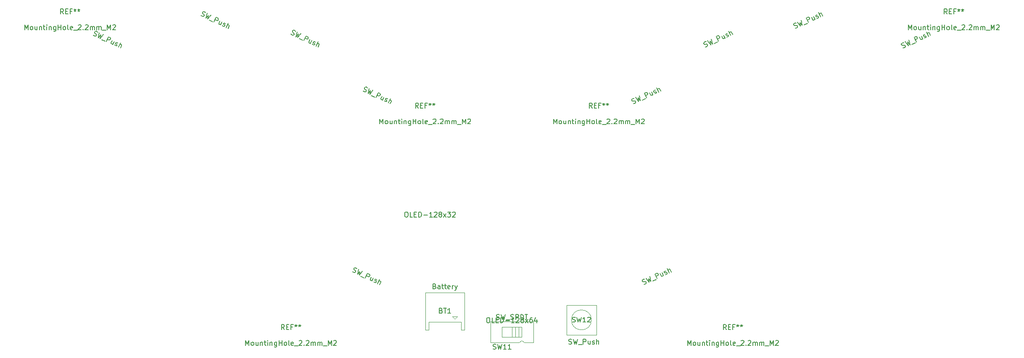
<source format=gbr>
%TF.GenerationSoftware,KiCad,Pcbnew,7.0.5*%
%TF.CreationDate,2023-06-04T15:55:19-04:00*%
%TF.ProjectId,epsilon-kb,65707369-6c6f-46e2-9d6b-622e6b696361,rev?*%
%TF.SameCoordinates,Original*%
%TF.FileFunction,AssemblyDrawing,Top*%
%FSLAX46Y46*%
G04 Gerber Fmt 4.6, Leading zero omitted, Abs format (unit mm)*
G04 Created by KiCad (PCBNEW 7.0.5) date 2023-06-04 15:55:19*
%MOMM*%
%LPD*%
G01*
G04 APERTURE LIST*
%ADD10C,0.150000*%
%ADD11C,0.100000*%
G04 APERTURE END LIST*
D10*
%TO.C,REF\u002A\u002A*%
X123380952Y-84904819D02*
X123380952Y-83904819D01*
X123380952Y-83904819D02*
X123714285Y-84619104D01*
X123714285Y-84619104D02*
X124047618Y-83904819D01*
X124047618Y-83904819D02*
X124047618Y-84904819D01*
X124666666Y-84904819D02*
X124571428Y-84857200D01*
X124571428Y-84857200D02*
X124523809Y-84809580D01*
X124523809Y-84809580D02*
X124476190Y-84714342D01*
X124476190Y-84714342D02*
X124476190Y-84428628D01*
X124476190Y-84428628D02*
X124523809Y-84333390D01*
X124523809Y-84333390D02*
X124571428Y-84285771D01*
X124571428Y-84285771D02*
X124666666Y-84238152D01*
X124666666Y-84238152D02*
X124809523Y-84238152D01*
X124809523Y-84238152D02*
X124904761Y-84285771D01*
X124904761Y-84285771D02*
X124952380Y-84333390D01*
X124952380Y-84333390D02*
X124999999Y-84428628D01*
X124999999Y-84428628D02*
X124999999Y-84714342D01*
X124999999Y-84714342D02*
X124952380Y-84809580D01*
X124952380Y-84809580D02*
X124904761Y-84857200D01*
X124904761Y-84857200D02*
X124809523Y-84904819D01*
X124809523Y-84904819D02*
X124666666Y-84904819D01*
X125857142Y-84238152D02*
X125857142Y-84904819D01*
X125428571Y-84238152D02*
X125428571Y-84761961D01*
X125428571Y-84761961D02*
X125476190Y-84857200D01*
X125476190Y-84857200D02*
X125571428Y-84904819D01*
X125571428Y-84904819D02*
X125714285Y-84904819D01*
X125714285Y-84904819D02*
X125809523Y-84857200D01*
X125809523Y-84857200D02*
X125857142Y-84809580D01*
X126333333Y-84238152D02*
X126333333Y-84904819D01*
X126333333Y-84333390D02*
X126380952Y-84285771D01*
X126380952Y-84285771D02*
X126476190Y-84238152D01*
X126476190Y-84238152D02*
X126619047Y-84238152D01*
X126619047Y-84238152D02*
X126714285Y-84285771D01*
X126714285Y-84285771D02*
X126761904Y-84381009D01*
X126761904Y-84381009D02*
X126761904Y-84904819D01*
X127095238Y-84238152D02*
X127476190Y-84238152D01*
X127238095Y-83904819D02*
X127238095Y-84761961D01*
X127238095Y-84761961D02*
X127285714Y-84857200D01*
X127285714Y-84857200D02*
X127380952Y-84904819D01*
X127380952Y-84904819D02*
X127476190Y-84904819D01*
X127809524Y-84904819D02*
X127809524Y-84238152D01*
X127809524Y-83904819D02*
X127761905Y-83952438D01*
X127761905Y-83952438D02*
X127809524Y-84000057D01*
X127809524Y-84000057D02*
X127857143Y-83952438D01*
X127857143Y-83952438D02*
X127809524Y-83904819D01*
X127809524Y-83904819D02*
X127809524Y-84000057D01*
X128285714Y-84238152D02*
X128285714Y-84904819D01*
X128285714Y-84333390D02*
X128333333Y-84285771D01*
X128333333Y-84285771D02*
X128428571Y-84238152D01*
X128428571Y-84238152D02*
X128571428Y-84238152D01*
X128571428Y-84238152D02*
X128666666Y-84285771D01*
X128666666Y-84285771D02*
X128714285Y-84381009D01*
X128714285Y-84381009D02*
X128714285Y-84904819D01*
X129619047Y-84238152D02*
X129619047Y-85047676D01*
X129619047Y-85047676D02*
X129571428Y-85142914D01*
X129571428Y-85142914D02*
X129523809Y-85190533D01*
X129523809Y-85190533D02*
X129428571Y-85238152D01*
X129428571Y-85238152D02*
X129285714Y-85238152D01*
X129285714Y-85238152D02*
X129190476Y-85190533D01*
X129619047Y-84857200D02*
X129523809Y-84904819D01*
X129523809Y-84904819D02*
X129333333Y-84904819D01*
X129333333Y-84904819D02*
X129238095Y-84857200D01*
X129238095Y-84857200D02*
X129190476Y-84809580D01*
X129190476Y-84809580D02*
X129142857Y-84714342D01*
X129142857Y-84714342D02*
X129142857Y-84428628D01*
X129142857Y-84428628D02*
X129190476Y-84333390D01*
X129190476Y-84333390D02*
X129238095Y-84285771D01*
X129238095Y-84285771D02*
X129333333Y-84238152D01*
X129333333Y-84238152D02*
X129523809Y-84238152D01*
X129523809Y-84238152D02*
X129619047Y-84285771D01*
X130095238Y-84904819D02*
X130095238Y-83904819D01*
X130095238Y-84381009D02*
X130666666Y-84381009D01*
X130666666Y-84904819D02*
X130666666Y-83904819D01*
X131285714Y-84904819D02*
X131190476Y-84857200D01*
X131190476Y-84857200D02*
X131142857Y-84809580D01*
X131142857Y-84809580D02*
X131095238Y-84714342D01*
X131095238Y-84714342D02*
X131095238Y-84428628D01*
X131095238Y-84428628D02*
X131142857Y-84333390D01*
X131142857Y-84333390D02*
X131190476Y-84285771D01*
X131190476Y-84285771D02*
X131285714Y-84238152D01*
X131285714Y-84238152D02*
X131428571Y-84238152D01*
X131428571Y-84238152D02*
X131523809Y-84285771D01*
X131523809Y-84285771D02*
X131571428Y-84333390D01*
X131571428Y-84333390D02*
X131619047Y-84428628D01*
X131619047Y-84428628D02*
X131619047Y-84714342D01*
X131619047Y-84714342D02*
X131571428Y-84809580D01*
X131571428Y-84809580D02*
X131523809Y-84857200D01*
X131523809Y-84857200D02*
X131428571Y-84904819D01*
X131428571Y-84904819D02*
X131285714Y-84904819D01*
X132190476Y-84904819D02*
X132095238Y-84857200D01*
X132095238Y-84857200D02*
X132047619Y-84761961D01*
X132047619Y-84761961D02*
X132047619Y-83904819D01*
X132952381Y-84857200D02*
X132857143Y-84904819D01*
X132857143Y-84904819D02*
X132666667Y-84904819D01*
X132666667Y-84904819D02*
X132571429Y-84857200D01*
X132571429Y-84857200D02*
X132523810Y-84761961D01*
X132523810Y-84761961D02*
X132523810Y-84381009D01*
X132523810Y-84381009D02*
X132571429Y-84285771D01*
X132571429Y-84285771D02*
X132666667Y-84238152D01*
X132666667Y-84238152D02*
X132857143Y-84238152D01*
X132857143Y-84238152D02*
X132952381Y-84285771D01*
X132952381Y-84285771D02*
X133000000Y-84381009D01*
X133000000Y-84381009D02*
X133000000Y-84476247D01*
X133000000Y-84476247D02*
X132523810Y-84571485D01*
X133190477Y-85000057D02*
X133952381Y-85000057D01*
X134142858Y-84000057D02*
X134190477Y-83952438D01*
X134190477Y-83952438D02*
X134285715Y-83904819D01*
X134285715Y-83904819D02*
X134523810Y-83904819D01*
X134523810Y-83904819D02*
X134619048Y-83952438D01*
X134619048Y-83952438D02*
X134666667Y-84000057D01*
X134666667Y-84000057D02*
X134714286Y-84095295D01*
X134714286Y-84095295D02*
X134714286Y-84190533D01*
X134714286Y-84190533D02*
X134666667Y-84333390D01*
X134666667Y-84333390D02*
X134095239Y-84904819D01*
X134095239Y-84904819D02*
X134714286Y-84904819D01*
X135142858Y-84809580D02*
X135190477Y-84857200D01*
X135190477Y-84857200D02*
X135142858Y-84904819D01*
X135142858Y-84904819D02*
X135095239Y-84857200D01*
X135095239Y-84857200D02*
X135142858Y-84809580D01*
X135142858Y-84809580D02*
X135142858Y-84904819D01*
X135571429Y-84000057D02*
X135619048Y-83952438D01*
X135619048Y-83952438D02*
X135714286Y-83904819D01*
X135714286Y-83904819D02*
X135952381Y-83904819D01*
X135952381Y-83904819D02*
X136047619Y-83952438D01*
X136047619Y-83952438D02*
X136095238Y-84000057D01*
X136095238Y-84000057D02*
X136142857Y-84095295D01*
X136142857Y-84095295D02*
X136142857Y-84190533D01*
X136142857Y-84190533D02*
X136095238Y-84333390D01*
X136095238Y-84333390D02*
X135523810Y-84904819D01*
X135523810Y-84904819D02*
X136142857Y-84904819D01*
X136571429Y-84904819D02*
X136571429Y-84238152D01*
X136571429Y-84333390D02*
X136619048Y-84285771D01*
X136619048Y-84285771D02*
X136714286Y-84238152D01*
X136714286Y-84238152D02*
X136857143Y-84238152D01*
X136857143Y-84238152D02*
X136952381Y-84285771D01*
X136952381Y-84285771D02*
X137000000Y-84381009D01*
X137000000Y-84381009D02*
X137000000Y-84904819D01*
X137000000Y-84381009D02*
X137047619Y-84285771D01*
X137047619Y-84285771D02*
X137142857Y-84238152D01*
X137142857Y-84238152D02*
X137285714Y-84238152D01*
X137285714Y-84238152D02*
X137380953Y-84285771D01*
X137380953Y-84285771D02*
X137428572Y-84381009D01*
X137428572Y-84381009D02*
X137428572Y-84904819D01*
X137904762Y-84904819D02*
X137904762Y-84238152D01*
X137904762Y-84333390D02*
X137952381Y-84285771D01*
X137952381Y-84285771D02*
X138047619Y-84238152D01*
X138047619Y-84238152D02*
X138190476Y-84238152D01*
X138190476Y-84238152D02*
X138285714Y-84285771D01*
X138285714Y-84285771D02*
X138333333Y-84381009D01*
X138333333Y-84381009D02*
X138333333Y-84904819D01*
X138333333Y-84381009D02*
X138380952Y-84285771D01*
X138380952Y-84285771D02*
X138476190Y-84238152D01*
X138476190Y-84238152D02*
X138619047Y-84238152D01*
X138619047Y-84238152D02*
X138714286Y-84285771D01*
X138714286Y-84285771D02*
X138761905Y-84381009D01*
X138761905Y-84381009D02*
X138761905Y-84904819D01*
X139000000Y-85000057D02*
X139761904Y-85000057D01*
X140000000Y-84904819D02*
X140000000Y-83904819D01*
X140000000Y-83904819D02*
X140333333Y-84619104D01*
X140333333Y-84619104D02*
X140666666Y-83904819D01*
X140666666Y-83904819D02*
X140666666Y-84904819D01*
X141095238Y-84000057D02*
X141142857Y-83952438D01*
X141142857Y-83952438D02*
X141238095Y-83904819D01*
X141238095Y-83904819D02*
X141476190Y-83904819D01*
X141476190Y-83904819D02*
X141571428Y-83952438D01*
X141571428Y-83952438D02*
X141619047Y-84000057D01*
X141619047Y-84000057D02*
X141666666Y-84095295D01*
X141666666Y-84095295D02*
X141666666Y-84190533D01*
X141666666Y-84190533D02*
X141619047Y-84333390D01*
X141619047Y-84333390D02*
X141047619Y-84904819D01*
X141047619Y-84904819D02*
X141666666Y-84904819D01*
X131166666Y-81704819D02*
X130833333Y-81228628D01*
X130595238Y-81704819D02*
X130595238Y-80704819D01*
X130595238Y-80704819D02*
X130976190Y-80704819D01*
X130976190Y-80704819D02*
X131071428Y-80752438D01*
X131071428Y-80752438D02*
X131119047Y-80800057D01*
X131119047Y-80800057D02*
X131166666Y-80895295D01*
X131166666Y-80895295D02*
X131166666Y-81038152D01*
X131166666Y-81038152D02*
X131119047Y-81133390D01*
X131119047Y-81133390D02*
X131071428Y-81181009D01*
X131071428Y-81181009D02*
X130976190Y-81228628D01*
X130976190Y-81228628D02*
X130595238Y-81228628D01*
X131595238Y-81181009D02*
X131928571Y-81181009D01*
X132071428Y-81704819D02*
X131595238Y-81704819D01*
X131595238Y-81704819D02*
X131595238Y-80704819D01*
X131595238Y-80704819D02*
X132071428Y-80704819D01*
X132833333Y-81181009D02*
X132500000Y-81181009D01*
X132500000Y-81704819D02*
X132500000Y-80704819D01*
X132500000Y-80704819D02*
X132976190Y-80704819D01*
X133500000Y-80704819D02*
X133500000Y-80942914D01*
X133261905Y-80847676D02*
X133500000Y-80942914D01*
X133500000Y-80942914D02*
X133738095Y-80847676D01*
X133357143Y-81133390D02*
X133500000Y-80942914D01*
X133500000Y-80942914D02*
X133642857Y-81133390D01*
X134261905Y-80704819D02*
X134261905Y-80942914D01*
X134023810Y-80847676D02*
X134261905Y-80942914D01*
X134261905Y-80942914D02*
X134500000Y-80847676D01*
X134119048Y-81133390D02*
X134261905Y-80942914D01*
X134261905Y-80942914D02*
X134404762Y-81133390D01*
%TO.C,SW11*%
X146904764Y-124359700D02*
X147047621Y-124407319D01*
X147047621Y-124407319D02*
X147285716Y-124407319D01*
X147285716Y-124407319D02*
X147380954Y-124359700D01*
X147380954Y-124359700D02*
X147428573Y-124312080D01*
X147428573Y-124312080D02*
X147476192Y-124216842D01*
X147476192Y-124216842D02*
X147476192Y-124121604D01*
X147476192Y-124121604D02*
X147428573Y-124026366D01*
X147428573Y-124026366D02*
X147380954Y-123978747D01*
X147380954Y-123978747D02*
X147285716Y-123931128D01*
X147285716Y-123931128D02*
X147095240Y-123883509D01*
X147095240Y-123883509D02*
X147000002Y-123835890D01*
X147000002Y-123835890D02*
X146952383Y-123788271D01*
X146952383Y-123788271D02*
X146904764Y-123693033D01*
X146904764Y-123693033D02*
X146904764Y-123597795D01*
X146904764Y-123597795D02*
X146952383Y-123502557D01*
X146952383Y-123502557D02*
X147000002Y-123454938D01*
X147000002Y-123454938D02*
X147095240Y-123407319D01*
X147095240Y-123407319D02*
X147333335Y-123407319D01*
X147333335Y-123407319D02*
X147476192Y-123454938D01*
X147809526Y-123407319D02*
X148047621Y-124407319D01*
X148047621Y-124407319D02*
X148238097Y-123693033D01*
X148238097Y-123693033D02*
X148428573Y-124407319D01*
X148428573Y-124407319D02*
X148666669Y-123407319D01*
X148809526Y-124502557D02*
X149571430Y-124502557D01*
X149761907Y-124359700D02*
X149904764Y-124407319D01*
X149904764Y-124407319D02*
X150142859Y-124407319D01*
X150142859Y-124407319D02*
X150238097Y-124359700D01*
X150238097Y-124359700D02*
X150285716Y-124312080D01*
X150285716Y-124312080D02*
X150333335Y-124216842D01*
X150333335Y-124216842D02*
X150333335Y-124121604D01*
X150333335Y-124121604D02*
X150285716Y-124026366D01*
X150285716Y-124026366D02*
X150238097Y-123978747D01*
X150238097Y-123978747D02*
X150142859Y-123931128D01*
X150142859Y-123931128D02*
X149952383Y-123883509D01*
X149952383Y-123883509D02*
X149857145Y-123835890D01*
X149857145Y-123835890D02*
X149809526Y-123788271D01*
X149809526Y-123788271D02*
X149761907Y-123693033D01*
X149761907Y-123693033D02*
X149761907Y-123597795D01*
X149761907Y-123597795D02*
X149809526Y-123502557D01*
X149809526Y-123502557D02*
X149857145Y-123454938D01*
X149857145Y-123454938D02*
X149952383Y-123407319D01*
X149952383Y-123407319D02*
X150190478Y-123407319D01*
X150190478Y-123407319D02*
X150333335Y-123454938D01*
X150761907Y-124407319D02*
X150761907Y-123407319D01*
X150761907Y-123407319D02*
X151142859Y-123407319D01*
X151142859Y-123407319D02*
X151238097Y-123454938D01*
X151238097Y-123454938D02*
X151285716Y-123502557D01*
X151285716Y-123502557D02*
X151333335Y-123597795D01*
X151333335Y-123597795D02*
X151333335Y-123740652D01*
X151333335Y-123740652D02*
X151285716Y-123835890D01*
X151285716Y-123835890D02*
X151238097Y-123883509D01*
X151238097Y-123883509D02*
X151142859Y-123931128D01*
X151142859Y-123931128D02*
X150761907Y-123931128D01*
X151761907Y-124407319D02*
X151761907Y-123407319D01*
X151761907Y-123407319D02*
X152000002Y-123407319D01*
X152000002Y-123407319D02*
X152142859Y-123454938D01*
X152142859Y-123454938D02*
X152238097Y-123550176D01*
X152238097Y-123550176D02*
X152285716Y-123645414D01*
X152285716Y-123645414D02*
X152333335Y-123835890D01*
X152333335Y-123835890D02*
X152333335Y-123978747D01*
X152333335Y-123978747D02*
X152285716Y-124169223D01*
X152285716Y-124169223D02*
X152238097Y-124264461D01*
X152238097Y-124264461D02*
X152142859Y-124359700D01*
X152142859Y-124359700D02*
X152000002Y-124407319D01*
X152000002Y-124407319D02*
X151761907Y-124407319D01*
X152619050Y-123407319D02*
X153190478Y-123407319D01*
X152904764Y-124407319D02*
X152904764Y-123407319D01*
X146200478Y-130349700D02*
X146343335Y-130397319D01*
X146343335Y-130397319D02*
X146581430Y-130397319D01*
X146581430Y-130397319D02*
X146676668Y-130349700D01*
X146676668Y-130349700D02*
X146724287Y-130302080D01*
X146724287Y-130302080D02*
X146771906Y-130206842D01*
X146771906Y-130206842D02*
X146771906Y-130111604D01*
X146771906Y-130111604D02*
X146724287Y-130016366D01*
X146724287Y-130016366D02*
X146676668Y-129968747D01*
X146676668Y-129968747D02*
X146581430Y-129921128D01*
X146581430Y-129921128D02*
X146390954Y-129873509D01*
X146390954Y-129873509D02*
X146295716Y-129825890D01*
X146295716Y-129825890D02*
X146248097Y-129778271D01*
X146248097Y-129778271D02*
X146200478Y-129683033D01*
X146200478Y-129683033D02*
X146200478Y-129587795D01*
X146200478Y-129587795D02*
X146248097Y-129492557D01*
X146248097Y-129492557D02*
X146295716Y-129444938D01*
X146295716Y-129444938D02*
X146390954Y-129397319D01*
X146390954Y-129397319D02*
X146629049Y-129397319D01*
X146629049Y-129397319D02*
X146771906Y-129444938D01*
X147105240Y-129397319D02*
X147343335Y-130397319D01*
X147343335Y-130397319D02*
X147533811Y-129683033D01*
X147533811Y-129683033D02*
X147724287Y-130397319D01*
X147724287Y-130397319D02*
X147962383Y-129397319D01*
X148867144Y-130397319D02*
X148295716Y-130397319D01*
X148581430Y-130397319D02*
X148581430Y-129397319D01*
X148581430Y-129397319D02*
X148486192Y-129540176D01*
X148486192Y-129540176D02*
X148390954Y-129635414D01*
X148390954Y-129635414D02*
X148295716Y-129683033D01*
X149819525Y-130397319D02*
X149248097Y-130397319D01*
X149533811Y-130397319D02*
X149533811Y-129397319D01*
X149533811Y-129397319D02*
X149438573Y-129540176D01*
X149438573Y-129540176D02*
X149343335Y-129635414D01*
X149343335Y-129635414D02*
X149248097Y-129683033D01*
%TO.C,SW5*%
X174451681Y-80812872D02*
X174601278Y-80795656D01*
X174601278Y-80795656D02*
X174817066Y-80695032D01*
X174817066Y-80695032D02*
X174883256Y-80611626D01*
X174883256Y-80611626D02*
X174906289Y-80548343D01*
X174906289Y-80548343D02*
X174909197Y-80441904D01*
X174909197Y-80441904D02*
X174868948Y-80355589D01*
X174868948Y-80355589D02*
X174785541Y-80289398D01*
X174785541Y-80289398D02*
X174722259Y-80266365D01*
X174722259Y-80266365D02*
X174615819Y-80263457D01*
X174615819Y-80263457D02*
X174423064Y-80300799D01*
X174423064Y-80300799D02*
X174316625Y-80297890D01*
X174316625Y-80297890D02*
X174253342Y-80274858D01*
X174253342Y-80274858D02*
X174169935Y-80208667D01*
X174169935Y-80208667D02*
X174129686Y-80122352D01*
X174129686Y-80122352D02*
X174132594Y-80015912D01*
X174132594Y-80015912D02*
X174155627Y-79952630D01*
X174155627Y-79952630D02*
X174221817Y-79869223D01*
X174221817Y-79869223D02*
X174437605Y-79768600D01*
X174437605Y-79768600D02*
X174587202Y-79751383D01*
X174869180Y-79567353D02*
X175507586Y-80373038D01*
X175507586Y-80373038D02*
X175378346Y-79645176D01*
X175378346Y-79645176D02*
X175852846Y-80212040D01*
X175852846Y-80212040D02*
X175646015Y-79205109D01*
X176238355Y-80137358D02*
X176928876Y-79815363D01*
X177104414Y-79628424D02*
X176681796Y-78722117D01*
X176681796Y-78722117D02*
X177027056Y-78561119D01*
X177027056Y-78561119D02*
X177133496Y-78564027D01*
X177133496Y-78564027D02*
X177196778Y-78587060D01*
X177196778Y-78587060D02*
X177280185Y-78653251D01*
X177280185Y-78653251D02*
X177340559Y-78782723D01*
X177340559Y-78782723D02*
X177337651Y-78889163D01*
X177337651Y-78889163D02*
X177314618Y-78952445D01*
X177314618Y-78952445D02*
X177248427Y-79035852D01*
X177248427Y-79035852D02*
X176903167Y-79196849D01*
X178117394Y-78420479D02*
X178399140Y-79024684D01*
X177728976Y-78601601D02*
X177950348Y-79076334D01*
X177950348Y-79076334D02*
X178033755Y-79142524D01*
X178033755Y-79142524D02*
X178140194Y-79145432D01*
X178140194Y-79145432D02*
X178269667Y-79085058D01*
X178269667Y-79085058D02*
X178335857Y-79001651D01*
X178335857Y-79001651D02*
X178358890Y-78938369D01*
X178767433Y-78800404D02*
X178873872Y-78803313D01*
X178873872Y-78803313D02*
X179046502Y-78722814D01*
X179046502Y-78722814D02*
X179112693Y-78639407D01*
X179112693Y-78639407D02*
X179115601Y-78532967D01*
X179115601Y-78532967D02*
X179095476Y-78489810D01*
X179095476Y-78489810D02*
X179012069Y-78423619D01*
X179012069Y-78423619D02*
X178905630Y-78420711D01*
X178905630Y-78420711D02*
X178776157Y-78481085D01*
X178776157Y-78481085D02*
X178669717Y-78478177D01*
X178669717Y-78478177D02*
X178586310Y-78411987D01*
X178586310Y-78411987D02*
X178566186Y-78368829D01*
X178566186Y-78368829D02*
X178569094Y-78262390D01*
X178569094Y-78262390D02*
X178635284Y-78178983D01*
X178635284Y-78178983D02*
X178764757Y-78118609D01*
X178764757Y-78118609D02*
X178871197Y-78121517D01*
X179564393Y-78481318D02*
X179141774Y-77575010D01*
X179952810Y-78300195D02*
X179731439Y-77825463D01*
X179731439Y-77825463D02*
X179648032Y-77759272D01*
X179648032Y-77759272D02*
X179541592Y-77756364D01*
X179541592Y-77756364D02*
X179412120Y-77816738D01*
X179412120Y-77816738D02*
X179345929Y-77900145D01*
X179345929Y-77900145D02*
X179322897Y-77963427D01*
%TO.C,REF\u002A\u002A*%
X185380952Y-129654819D02*
X185380952Y-128654819D01*
X185380952Y-128654819D02*
X185714285Y-129369104D01*
X185714285Y-129369104D02*
X186047618Y-128654819D01*
X186047618Y-128654819D02*
X186047618Y-129654819D01*
X186666666Y-129654819D02*
X186571428Y-129607200D01*
X186571428Y-129607200D02*
X186523809Y-129559580D01*
X186523809Y-129559580D02*
X186476190Y-129464342D01*
X186476190Y-129464342D02*
X186476190Y-129178628D01*
X186476190Y-129178628D02*
X186523809Y-129083390D01*
X186523809Y-129083390D02*
X186571428Y-129035771D01*
X186571428Y-129035771D02*
X186666666Y-128988152D01*
X186666666Y-128988152D02*
X186809523Y-128988152D01*
X186809523Y-128988152D02*
X186904761Y-129035771D01*
X186904761Y-129035771D02*
X186952380Y-129083390D01*
X186952380Y-129083390D02*
X186999999Y-129178628D01*
X186999999Y-129178628D02*
X186999999Y-129464342D01*
X186999999Y-129464342D02*
X186952380Y-129559580D01*
X186952380Y-129559580D02*
X186904761Y-129607200D01*
X186904761Y-129607200D02*
X186809523Y-129654819D01*
X186809523Y-129654819D02*
X186666666Y-129654819D01*
X187857142Y-128988152D02*
X187857142Y-129654819D01*
X187428571Y-128988152D02*
X187428571Y-129511961D01*
X187428571Y-129511961D02*
X187476190Y-129607200D01*
X187476190Y-129607200D02*
X187571428Y-129654819D01*
X187571428Y-129654819D02*
X187714285Y-129654819D01*
X187714285Y-129654819D02*
X187809523Y-129607200D01*
X187809523Y-129607200D02*
X187857142Y-129559580D01*
X188333333Y-128988152D02*
X188333333Y-129654819D01*
X188333333Y-129083390D02*
X188380952Y-129035771D01*
X188380952Y-129035771D02*
X188476190Y-128988152D01*
X188476190Y-128988152D02*
X188619047Y-128988152D01*
X188619047Y-128988152D02*
X188714285Y-129035771D01*
X188714285Y-129035771D02*
X188761904Y-129131009D01*
X188761904Y-129131009D02*
X188761904Y-129654819D01*
X189095238Y-128988152D02*
X189476190Y-128988152D01*
X189238095Y-128654819D02*
X189238095Y-129511961D01*
X189238095Y-129511961D02*
X189285714Y-129607200D01*
X189285714Y-129607200D02*
X189380952Y-129654819D01*
X189380952Y-129654819D02*
X189476190Y-129654819D01*
X189809524Y-129654819D02*
X189809524Y-128988152D01*
X189809524Y-128654819D02*
X189761905Y-128702438D01*
X189761905Y-128702438D02*
X189809524Y-128750057D01*
X189809524Y-128750057D02*
X189857143Y-128702438D01*
X189857143Y-128702438D02*
X189809524Y-128654819D01*
X189809524Y-128654819D02*
X189809524Y-128750057D01*
X190285714Y-128988152D02*
X190285714Y-129654819D01*
X190285714Y-129083390D02*
X190333333Y-129035771D01*
X190333333Y-129035771D02*
X190428571Y-128988152D01*
X190428571Y-128988152D02*
X190571428Y-128988152D01*
X190571428Y-128988152D02*
X190666666Y-129035771D01*
X190666666Y-129035771D02*
X190714285Y-129131009D01*
X190714285Y-129131009D02*
X190714285Y-129654819D01*
X191619047Y-128988152D02*
X191619047Y-129797676D01*
X191619047Y-129797676D02*
X191571428Y-129892914D01*
X191571428Y-129892914D02*
X191523809Y-129940533D01*
X191523809Y-129940533D02*
X191428571Y-129988152D01*
X191428571Y-129988152D02*
X191285714Y-129988152D01*
X191285714Y-129988152D02*
X191190476Y-129940533D01*
X191619047Y-129607200D02*
X191523809Y-129654819D01*
X191523809Y-129654819D02*
X191333333Y-129654819D01*
X191333333Y-129654819D02*
X191238095Y-129607200D01*
X191238095Y-129607200D02*
X191190476Y-129559580D01*
X191190476Y-129559580D02*
X191142857Y-129464342D01*
X191142857Y-129464342D02*
X191142857Y-129178628D01*
X191142857Y-129178628D02*
X191190476Y-129083390D01*
X191190476Y-129083390D02*
X191238095Y-129035771D01*
X191238095Y-129035771D02*
X191333333Y-128988152D01*
X191333333Y-128988152D02*
X191523809Y-128988152D01*
X191523809Y-128988152D02*
X191619047Y-129035771D01*
X192095238Y-129654819D02*
X192095238Y-128654819D01*
X192095238Y-129131009D02*
X192666666Y-129131009D01*
X192666666Y-129654819D02*
X192666666Y-128654819D01*
X193285714Y-129654819D02*
X193190476Y-129607200D01*
X193190476Y-129607200D02*
X193142857Y-129559580D01*
X193142857Y-129559580D02*
X193095238Y-129464342D01*
X193095238Y-129464342D02*
X193095238Y-129178628D01*
X193095238Y-129178628D02*
X193142857Y-129083390D01*
X193142857Y-129083390D02*
X193190476Y-129035771D01*
X193190476Y-129035771D02*
X193285714Y-128988152D01*
X193285714Y-128988152D02*
X193428571Y-128988152D01*
X193428571Y-128988152D02*
X193523809Y-129035771D01*
X193523809Y-129035771D02*
X193571428Y-129083390D01*
X193571428Y-129083390D02*
X193619047Y-129178628D01*
X193619047Y-129178628D02*
X193619047Y-129464342D01*
X193619047Y-129464342D02*
X193571428Y-129559580D01*
X193571428Y-129559580D02*
X193523809Y-129607200D01*
X193523809Y-129607200D02*
X193428571Y-129654819D01*
X193428571Y-129654819D02*
X193285714Y-129654819D01*
X194190476Y-129654819D02*
X194095238Y-129607200D01*
X194095238Y-129607200D02*
X194047619Y-129511961D01*
X194047619Y-129511961D02*
X194047619Y-128654819D01*
X194952381Y-129607200D02*
X194857143Y-129654819D01*
X194857143Y-129654819D02*
X194666667Y-129654819D01*
X194666667Y-129654819D02*
X194571429Y-129607200D01*
X194571429Y-129607200D02*
X194523810Y-129511961D01*
X194523810Y-129511961D02*
X194523810Y-129131009D01*
X194523810Y-129131009D02*
X194571429Y-129035771D01*
X194571429Y-129035771D02*
X194666667Y-128988152D01*
X194666667Y-128988152D02*
X194857143Y-128988152D01*
X194857143Y-128988152D02*
X194952381Y-129035771D01*
X194952381Y-129035771D02*
X195000000Y-129131009D01*
X195000000Y-129131009D02*
X195000000Y-129226247D01*
X195000000Y-129226247D02*
X194523810Y-129321485D01*
X195190477Y-129750057D02*
X195952381Y-129750057D01*
X196142858Y-128750057D02*
X196190477Y-128702438D01*
X196190477Y-128702438D02*
X196285715Y-128654819D01*
X196285715Y-128654819D02*
X196523810Y-128654819D01*
X196523810Y-128654819D02*
X196619048Y-128702438D01*
X196619048Y-128702438D02*
X196666667Y-128750057D01*
X196666667Y-128750057D02*
X196714286Y-128845295D01*
X196714286Y-128845295D02*
X196714286Y-128940533D01*
X196714286Y-128940533D02*
X196666667Y-129083390D01*
X196666667Y-129083390D02*
X196095239Y-129654819D01*
X196095239Y-129654819D02*
X196714286Y-129654819D01*
X197142858Y-129559580D02*
X197190477Y-129607200D01*
X197190477Y-129607200D02*
X197142858Y-129654819D01*
X197142858Y-129654819D02*
X197095239Y-129607200D01*
X197095239Y-129607200D02*
X197142858Y-129559580D01*
X197142858Y-129559580D02*
X197142858Y-129654819D01*
X197571429Y-128750057D02*
X197619048Y-128702438D01*
X197619048Y-128702438D02*
X197714286Y-128654819D01*
X197714286Y-128654819D02*
X197952381Y-128654819D01*
X197952381Y-128654819D02*
X198047619Y-128702438D01*
X198047619Y-128702438D02*
X198095238Y-128750057D01*
X198095238Y-128750057D02*
X198142857Y-128845295D01*
X198142857Y-128845295D02*
X198142857Y-128940533D01*
X198142857Y-128940533D02*
X198095238Y-129083390D01*
X198095238Y-129083390D02*
X197523810Y-129654819D01*
X197523810Y-129654819D02*
X198142857Y-129654819D01*
X198571429Y-129654819D02*
X198571429Y-128988152D01*
X198571429Y-129083390D02*
X198619048Y-129035771D01*
X198619048Y-129035771D02*
X198714286Y-128988152D01*
X198714286Y-128988152D02*
X198857143Y-128988152D01*
X198857143Y-128988152D02*
X198952381Y-129035771D01*
X198952381Y-129035771D02*
X199000000Y-129131009D01*
X199000000Y-129131009D02*
X199000000Y-129654819D01*
X199000000Y-129131009D02*
X199047619Y-129035771D01*
X199047619Y-129035771D02*
X199142857Y-128988152D01*
X199142857Y-128988152D02*
X199285714Y-128988152D01*
X199285714Y-128988152D02*
X199380953Y-129035771D01*
X199380953Y-129035771D02*
X199428572Y-129131009D01*
X199428572Y-129131009D02*
X199428572Y-129654819D01*
X199904762Y-129654819D02*
X199904762Y-128988152D01*
X199904762Y-129083390D02*
X199952381Y-129035771D01*
X199952381Y-129035771D02*
X200047619Y-128988152D01*
X200047619Y-128988152D02*
X200190476Y-128988152D01*
X200190476Y-128988152D02*
X200285714Y-129035771D01*
X200285714Y-129035771D02*
X200333333Y-129131009D01*
X200333333Y-129131009D02*
X200333333Y-129654819D01*
X200333333Y-129131009D02*
X200380952Y-129035771D01*
X200380952Y-129035771D02*
X200476190Y-128988152D01*
X200476190Y-128988152D02*
X200619047Y-128988152D01*
X200619047Y-128988152D02*
X200714286Y-129035771D01*
X200714286Y-129035771D02*
X200761905Y-129131009D01*
X200761905Y-129131009D02*
X200761905Y-129654819D01*
X201000000Y-129750057D02*
X201761904Y-129750057D01*
X202000000Y-129654819D02*
X202000000Y-128654819D01*
X202000000Y-128654819D02*
X202333333Y-129369104D01*
X202333333Y-129369104D02*
X202666666Y-128654819D01*
X202666666Y-128654819D02*
X202666666Y-129654819D01*
X203095238Y-128750057D02*
X203142857Y-128702438D01*
X203142857Y-128702438D02*
X203238095Y-128654819D01*
X203238095Y-128654819D02*
X203476190Y-128654819D01*
X203476190Y-128654819D02*
X203571428Y-128702438D01*
X203571428Y-128702438D02*
X203619047Y-128750057D01*
X203619047Y-128750057D02*
X203666666Y-128845295D01*
X203666666Y-128845295D02*
X203666666Y-128940533D01*
X203666666Y-128940533D02*
X203619047Y-129083390D01*
X203619047Y-129083390D02*
X203047619Y-129654819D01*
X203047619Y-129654819D02*
X203666666Y-129654819D01*
X193166666Y-126454819D02*
X192833333Y-125978628D01*
X192595238Y-126454819D02*
X192595238Y-125454819D01*
X192595238Y-125454819D02*
X192976190Y-125454819D01*
X192976190Y-125454819D02*
X193071428Y-125502438D01*
X193071428Y-125502438D02*
X193119047Y-125550057D01*
X193119047Y-125550057D02*
X193166666Y-125645295D01*
X193166666Y-125645295D02*
X193166666Y-125788152D01*
X193166666Y-125788152D02*
X193119047Y-125883390D01*
X193119047Y-125883390D02*
X193071428Y-125931009D01*
X193071428Y-125931009D02*
X192976190Y-125978628D01*
X192976190Y-125978628D02*
X192595238Y-125978628D01*
X193595238Y-125931009D02*
X193928571Y-125931009D01*
X194071428Y-126454819D02*
X193595238Y-126454819D01*
X193595238Y-126454819D02*
X193595238Y-125454819D01*
X193595238Y-125454819D02*
X194071428Y-125454819D01*
X194833333Y-125931009D02*
X194500000Y-125931009D01*
X194500000Y-126454819D02*
X194500000Y-125454819D01*
X194500000Y-125454819D02*
X194976190Y-125454819D01*
X195500000Y-125454819D02*
X195500000Y-125692914D01*
X195261905Y-125597676D02*
X195500000Y-125692914D01*
X195500000Y-125692914D02*
X195738095Y-125597676D01*
X195357143Y-125883390D02*
X195500000Y-125692914D01*
X195500000Y-125692914D02*
X195642857Y-125883390D01*
X196261905Y-125454819D02*
X196261905Y-125692914D01*
X196023810Y-125597676D02*
X196261905Y-125692914D01*
X196261905Y-125692914D02*
X196500000Y-125597676D01*
X196119048Y-125883390D02*
X196261905Y-125692914D01*
X196261905Y-125692914D02*
X196404762Y-125883390D01*
%TO.C,SW2*%
X87397077Y-63022657D02*
X87506425Y-63126188D01*
X87506425Y-63126188D02*
X87722212Y-63226812D01*
X87722212Y-63226812D02*
X87828652Y-63223903D01*
X87828652Y-63223903D02*
X87891934Y-63200871D01*
X87891934Y-63200871D02*
X87975341Y-63134680D01*
X87975341Y-63134680D02*
X88015590Y-63048365D01*
X88015590Y-63048365D02*
X88012682Y-62941926D01*
X88012682Y-62941926D02*
X87989649Y-62878643D01*
X87989649Y-62878643D02*
X87923459Y-62795236D01*
X87923459Y-62795236D02*
X87770954Y-62671580D01*
X87770954Y-62671580D02*
X87704763Y-62588173D01*
X87704763Y-62588173D02*
X87681730Y-62524891D01*
X87681730Y-62524891D02*
X87678822Y-62418451D01*
X87678822Y-62418451D02*
X87719072Y-62332136D01*
X87719072Y-62332136D02*
X87802478Y-62265946D01*
X87802478Y-62265946D02*
X87865761Y-62242913D01*
X87865761Y-62242913D02*
X87972200Y-62240005D01*
X87972200Y-62240005D02*
X88187988Y-62340629D01*
X88187988Y-62340629D02*
X88297336Y-62444160D01*
X88619563Y-62541875D02*
X88412732Y-63548807D01*
X88412732Y-63548807D02*
X88887233Y-62981943D01*
X88887233Y-62981943D02*
X88757992Y-63709804D01*
X88757992Y-63709804D02*
X89396398Y-62904120D01*
X89063003Y-63957116D02*
X89753523Y-64279111D01*
X90009560Y-64293420D02*
X90432179Y-63387112D01*
X90432179Y-63387112D02*
X90777439Y-63548109D01*
X90777439Y-63548109D02*
X90843629Y-63631516D01*
X90843629Y-63631516D02*
X90866662Y-63694798D01*
X90866662Y-63694798D02*
X90869570Y-63801238D01*
X90869570Y-63801238D02*
X90809196Y-63930711D01*
X90809196Y-63930711D02*
X90725789Y-63996901D01*
X90725789Y-63996901D02*
X90662507Y-64019934D01*
X90662507Y-64019934D02*
X90556067Y-64022842D01*
X90556067Y-64022842D02*
X90210807Y-63861845D01*
X91586031Y-64292955D02*
X91304286Y-64897160D01*
X91197614Y-64111833D02*
X90976242Y-64586565D01*
X90976242Y-64586565D02*
X90979150Y-64693005D01*
X90979150Y-64693005D02*
X91045341Y-64776412D01*
X91045341Y-64776412D02*
X91174813Y-64836786D01*
X91174813Y-64836786D02*
X91281253Y-64833878D01*
X91281253Y-64833878D02*
X91344535Y-64810845D01*
X91712828Y-65035125D02*
X91779019Y-65118532D01*
X91779019Y-65118532D02*
X91951649Y-65199030D01*
X91951649Y-65199030D02*
X92058088Y-65196122D01*
X92058088Y-65196122D02*
X92141495Y-65129932D01*
X92141495Y-65129932D02*
X92161620Y-65086774D01*
X92161620Y-65086774D02*
X92158712Y-64980335D01*
X92158712Y-64980335D02*
X92092521Y-64896928D01*
X92092521Y-64896928D02*
X91963049Y-64836554D01*
X91963049Y-64836554D02*
X91896859Y-64753147D01*
X91896859Y-64753147D02*
X91893950Y-64646707D01*
X91893950Y-64646707D02*
X91914075Y-64603550D01*
X91914075Y-64603550D02*
X91997482Y-64537359D01*
X91997482Y-64537359D02*
X92103922Y-64534451D01*
X92103922Y-64534451D02*
X92233394Y-64594825D01*
X92233394Y-64594825D02*
X92299585Y-64678232D01*
X92469539Y-65440526D02*
X92892157Y-64534219D01*
X92857957Y-65621649D02*
X93079328Y-65146916D01*
X93079328Y-65146916D02*
X93076420Y-65040476D01*
X93076420Y-65040476D02*
X93010230Y-64957069D01*
X93010230Y-64957069D02*
X92880757Y-64896695D01*
X92880757Y-64896695D02*
X92774317Y-64899604D01*
X92774317Y-64899604D02*
X92711035Y-64922636D01*
%TO.C,REF\u002A\u002A*%
X96380952Y-129654819D02*
X96380952Y-128654819D01*
X96380952Y-128654819D02*
X96714285Y-129369104D01*
X96714285Y-129369104D02*
X97047618Y-128654819D01*
X97047618Y-128654819D02*
X97047618Y-129654819D01*
X97666666Y-129654819D02*
X97571428Y-129607200D01*
X97571428Y-129607200D02*
X97523809Y-129559580D01*
X97523809Y-129559580D02*
X97476190Y-129464342D01*
X97476190Y-129464342D02*
X97476190Y-129178628D01*
X97476190Y-129178628D02*
X97523809Y-129083390D01*
X97523809Y-129083390D02*
X97571428Y-129035771D01*
X97571428Y-129035771D02*
X97666666Y-128988152D01*
X97666666Y-128988152D02*
X97809523Y-128988152D01*
X97809523Y-128988152D02*
X97904761Y-129035771D01*
X97904761Y-129035771D02*
X97952380Y-129083390D01*
X97952380Y-129083390D02*
X97999999Y-129178628D01*
X97999999Y-129178628D02*
X97999999Y-129464342D01*
X97999999Y-129464342D02*
X97952380Y-129559580D01*
X97952380Y-129559580D02*
X97904761Y-129607200D01*
X97904761Y-129607200D02*
X97809523Y-129654819D01*
X97809523Y-129654819D02*
X97666666Y-129654819D01*
X98857142Y-128988152D02*
X98857142Y-129654819D01*
X98428571Y-128988152D02*
X98428571Y-129511961D01*
X98428571Y-129511961D02*
X98476190Y-129607200D01*
X98476190Y-129607200D02*
X98571428Y-129654819D01*
X98571428Y-129654819D02*
X98714285Y-129654819D01*
X98714285Y-129654819D02*
X98809523Y-129607200D01*
X98809523Y-129607200D02*
X98857142Y-129559580D01*
X99333333Y-128988152D02*
X99333333Y-129654819D01*
X99333333Y-129083390D02*
X99380952Y-129035771D01*
X99380952Y-129035771D02*
X99476190Y-128988152D01*
X99476190Y-128988152D02*
X99619047Y-128988152D01*
X99619047Y-128988152D02*
X99714285Y-129035771D01*
X99714285Y-129035771D02*
X99761904Y-129131009D01*
X99761904Y-129131009D02*
X99761904Y-129654819D01*
X100095238Y-128988152D02*
X100476190Y-128988152D01*
X100238095Y-128654819D02*
X100238095Y-129511961D01*
X100238095Y-129511961D02*
X100285714Y-129607200D01*
X100285714Y-129607200D02*
X100380952Y-129654819D01*
X100380952Y-129654819D02*
X100476190Y-129654819D01*
X100809524Y-129654819D02*
X100809524Y-128988152D01*
X100809524Y-128654819D02*
X100761905Y-128702438D01*
X100761905Y-128702438D02*
X100809524Y-128750057D01*
X100809524Y-128750057D02*
X100857143Y-128702438D01*
X100857143Y-128702438D02*
X100809524Y-128654819D01*
X100809524Y-128654819D02*
X100809524Y-128750057D01*
X101285714Y-128988152D02*
X101285714Y-129654819D01*
X101285714Y-129083390D02*
X101333333Y-129035771D01*
X101333333Y-129035771D02*
X101428571Y-128988152D01*
X101428571Y-128988152D02*
X101571428Y-128988152D01*
X101571428Y-128988152D02*
X101666666Y-129035771D01*
X101666666Y-129035771D02*
X101714285Y-129131009D01*
X101714285Y-129131009D02*
X101714285Y-129654819D01*
X102619047Y-128988152D02*
X102619047Y-129797676D01*
X102619047Y-129797676D02*
X102571428Y-129892914D01*
X102571428Y-129892914D02*
X102523809Y-129940533D01*
X102523809Y-129940533D02*
X102428571Y-129988152D01*
X102428571Y-129988152D02*
X102285714Y-129988152D01*
X102285714Y-129988152D02*
X102190476Y-129940533D01*
X102619047Y-129607200D02*
X102523809Y-129654819D01*
X102523809Y-129654819D02*
X102333333Y-129654819D01*
X102333333Y-129654819D02*
X102238095Y-129607200D01*
X102238095Y-129607200D02*
X102190476Y-129559580D01*
X102190476Y-129559580D02*
X102142857Y-129464342D01*
X102142857Y-129464342D02*
X102142857Y-129178628D01*
X102142857Y-129178628D02*
X102190476Y-129083390D01*
X102190476Y-129083390D02*
X102238095Y-129035771D01*
X102238095Y-129035771D02*
X102333333Y-128988152D01*
X102333333Y-128988152D02*
X102523809Y-128988152D01*
X102523809Y-128988152D02*
X102619047Y-129035771D01*
X103095238Y-129654819D02*
X103095238Y-128654819D01*
X103095238Y-129131009D02*
X103666666Y-129131009D01*
X103666666Y-129654819D02*
X103666666Y-128654819D01*
X104285714Y-129654819D02*
X104190476Y-129607200D01*
X104190476Y-129607200D02*
X104142857Y-129559580D01*
X104142857Y-129559580D02*
X104095238Y-129464342D01*
X104095238Y-129464342D02*
X104095238Y-129178628D01*
X104095238Y-129178628D02*
X104142857Y-129083390D01*
X104142857Y-129083390D02*
X104190476Y-129035771D01*
X104190476Y-129035771D02*
X104285714Y-128988152D01*
X104285714Y-128988152D02*
X104428571Y-128988152D01*
X104428571Y-128988152D02*
X104523809Y-129035771D01*
X104523809Y-129035771D02*
X104571428Y-129083390D01*
X104571428Y-129083390D02*
X104619047Y-129178628D01*
X104619047Y-129178628D02*
X104619047Y-129464342D01*
X104619047Y-129464342D02*
X104571428Y-129559580D01*
X104571428Y-129559580D02*
X104523809Y-129607200D01*
X104523809Y-129607200D02*
X104428571Y-129654819D01*
X104428571Y-129654819D02*
X104285714Y-129654819D01*
X105190476Y-129654819D02*
X105095238Y-129607200D01*
X105095238Y-129607200D02*
X105047619Y-129511961D01*
X105047619Y-129511961D02*
X105047619Y-128654819D01*
X105952381Y-129607200D02*
X105857143Y-129654819D01*
X105857143Y-129654819D02*
X105666667Y-129654819D01*
X105666667Y-129654819D02*
X105571429Y-129607200D01*
X105571429Y-129607200D02*
X105523810Y-129511961D01*
X105523810Y-129511961D02*
X105523810Y-129131009D01*
X105523810Y-129131009D02*
X105571429Y-129035771D01*
X105571429Y-129035771D02*
X105666667Y-128988152D01*
X105666667Y-128988152D02*
X105857143Y-128988152D01*
X105857143Y-128988152D02*
X105952381Y-129035771D01*
X105952381Y-129035771D02*
X106000000Y-129131009D01*
X106000000Y-129131009D02*
X106000000Y-129226247D01*
X106000000Y-129226247D02*
X105523810Y-129321485D01*
X106190477Y-129750057D02*
X106952381Y-129750057D01*
X107142858Y-128750057D02*
X107190477Y-128702438D01*
X107190477Y-128702438D02*
X107285715Y-128654819D01*
X107285715Y-128654819D02*
X107523810Y-128654819D01*
X107523810Y-128654819D02*
X107619048Y-128702438D01*
X107619048Y-128702438D02*
X107666667Y-128750057D01*
X107666667Y-128750057D02*
X107714286Y-128845295D01*
X107714286Y-128845295D02*
X107714286Y-128940533D01*
X107714286Y-128940533D02*
X107666667Y-129083390D01*
X107666667Y-129083390D02*
X107095239Y-129654819D01*
X107095239Y-129654819D02*
X107714286Y-129654819D01*
X108142858Y-129559580D02*
X108190477Y-129607200D01*
X108190477Y-129607200D02*
X108142858Y-129654819D01*
X108142858Y-129654819D02*
X108095239Y-129607200D01*
X108095239Y-129607200D02*
X108142858Y-129559580D01*
X108142858Y-129559580D02*
X108142858Y-129654819D01*
X108571429Y-128750057D02*
X108619048Y-128702438D01*
X108619048Y-128702438D02*
X108714286Y-128654819D01*
X108714286Y-128654819D02*
X108952381Y-128654819D01*
X108952381Y-128654819D02*
X109047619Y-128702438D01*
X109047619Y-128702438D02*
X109095238Y-128750057D01*
X109095238Y-128750057D02*
X109142857Y-128845295D01*
X109142857Y-128845295D02*
X109142857Y-128940533D01*
X109142857Y-128940533D02*
X109095238Y-129083390D01*
X109095238Y-129083390D02*
X108523810Y-129654819D01*
X108523810Y-129654819D02*
X109142857Y-129654819D01*
X109571429Y-129654819D02*
X109571429Y-128988152D01*
X109571429Y-129083390D02*
X109619048Y-129035771D01*
X109619048Y-129035771D02*
X109714286Y-128988152D01*
X109714286Y-128988152D02*
X109857143Y-128988152D01*
X109857143Y-128988152D02*
X109952381Y-129035771D01*
X109952381Y-129035771D02*
X110000000Y-129131009D01*
X110000000Y-129131009D02*
X110000000Y-129654819D01*
X110000000Y-129131009D02*
X110047619Y-129035771D01*
X110047619Y-129035771D02*
X110142857Y-128988152D01*
X110142857Y-128988152D02*
X110285714Y-128988152D01*
X110285714Y-128988152D02*
X110380953Y-129035771D01*
X110380953Y-129035771D02*
X110428572Y-129131009D01*
X110428572Y-129131009D02*
X110428572Y-129654819D01*
X110904762Y-129654819D02*
X110904762Y-128988152D01*
X110904762Y-129083390D02*
X110952381Y-129035771D01*
X110952381Y-129035771D02*
X111047619Y-128988152D01*
X111047619Y-128988152D02*
X111190476Y-128988152D01*
X111190476Y-128988152D02*
X111285714Y-129035771D01*
X111285714Y-129035771D02*
X111333333Y-129131009D01*
X111333333Y-129131009D02*
X111333333Y-129654819D01*
X111333333Y-129131009D02*
X111380952Y-129035771D01*
X111380952Y-129035771D02*
X111476190Y-128988152D01*
X111476190Y-128988152D02*
X111619047Y-128988152D01*
X111619047Y-128988152D02*
X111714286Y-129035771D01*
X111714286Y-129035771D02*
X111761905Y-129131009D01*
X111761905Y-129131009D02*
X111761905Y-129654819D01*
X112000000Y-129750057D02*
X112761904Y-129750057D01*
X113000000Y-129654819D02*
X113000000Y-128654819D01*
X113000000Y-128654819D02*
X113333333Y-129369104D01*
X113333333Y-129369104D02*
X113666666Y-128654819D01*
X113666666Y-128654819D02*
X113666666Y-129654819D01*
X114095238Y-128750057D02*
X114142857Y-128702438D01*
X114142857Y-128702438D02*
X114238095Y-128654819D01*
X114238095Y-128654819D02*
X114476190Y-128654819D01*
X114476190Y-128654819D02*
X114571428Y-128702438D01*
X114571428Y-128702438D02*
X114619047Y-128750057D01*
X114619047Y-128750057D02*
X114666666Y-128845295D01*
X114666666Y-128845295D02*
X114666666Y-128940533D01*
X114666666Y-128940533D02*
X114619047Y-129083390D01*
X114619047Y-129083390D02*
X114047619Y-129654819D01*
X114047619Y-129654819D02*
X114666666Y-129654819D01*
X104166666Y-126454819D02*
X103833333Y-125978628D01*
X103595238Y-126454819D02*
X103595238Y-125454819D01*
X103595238Y-125454819D02*
X103976190Y-125454819D01*
X103976190Y-125454819D02*
X104071428Y-125502438D01*
X104071428Y-125502438D02*
X104119047Y-125550057D01*
X104119047Y-125550057D02*
X104166666Y-125645295D01*
X104166666Y-125645295D02*
X104166666Y-125788152D01*
X104166666Y-125788152D02*
X104119047Y-125883390D01*
X104119047Y-125883390D02*
X104071428Y-125931009D01*
X104071428Y-125931009D02*
X103976190Y-125978628D01*
X103976190Y-125978628D02*
X103595238Y-125978628D01*
X104595238Y-125931009D02*
X104928571Y-125931009D01*
X105071428Y-126454819D02*
X104595238Y-126454819D01*
X104595238Y-126454819D02*
X104595238Y-125454819D01*
X104595238Y-125454819D02*
X105071428Y-125454819D01*
X105833333Y-125931009D02*
X105500000Y-125931009D01*
X105500000Y-126454819D02*
X105500000Y-125454819D01*
X105500000Y-125454819D02*
X105976190Y-125454819D01*
X106500000Y-125454819D02*
X106500000Y-125692914D01*
X106261905Y-125597676D02*
X106500000Y-125692914D01*
X106500000Y-125692914D02*
X106738095Y-125597676D01*
X106357143Y-125883390D02*
X106500000Y-125692914D01*
X106500000Y-125692914D02*
X106642857Y-125883390D01*
X107261905Y-125454819D02*
X107261905Y-125692914D01*
X107023810Y-125597676D02*
X107261905Y-125692914D01*
X107261905Y-125692914D02*
X107500000Y-125597676D01*
X107119048Y-125883390D02*
X107261905Y-125692914D01*
X107261905Y-125692914D02*
X107404762Y-125883390D01*
%TO.C,SW4*%
X120024157Y-78236914D02*
X120133505Y-78340445D01*
X120133505Y-78340445D02*
X120349292Y-78441069D01*
X120349292Y-78441069D02*
X120455732Y-78438160D01*
X120455732Y-78438160D02*
X120519014Y-78415128D01*
X120519014Y-78415128D02*
X120602421Y-78348937D01*
X120602421Y-78348937D02*
X120642670Y-78262622D01*
X120642670Y-78262622D02*
X120639762Y-78156183D01*
X120639762Y-78156183D02*
X120616729Y-78092900D01*
X120616729Y-78092900D02*
X120550539Y-78009493D01*
X120550539Y-78009493D02*
X120398034Y-77885837D01*
X120398034Y-77885837D02*
X120331843Y-77802430D01*
X120331843Y-77802430D02*
X120308810Y-77739148D01*
X120308810Y-77739148D02*
X120305902Y-77632708D01*
X120305902Y-77632708D02*
X120346152Y-77546393D01*
X120346152Y-77546393D02*
X120429558Y-77480203D01*
X120429558Y-77480203D02*
X120492841Y-77457170D01*
X120492841Y-77457170D02*
X120599280Y-77454262D01*
X120599280Y-77454262D02*
X120815068Y-77554886D01*
X120815068Y-77554886D02*
X120924416Y-77658417D01*
X121246643Y-77756132D02*
X121039812Y-78763064D01*
X121039812Y-78763064D02*
X121514313Y-78196200D01*
X121514313Y-78196200D02*
X121385072Y-78924061D01*
X121385072Y-78924061D02*
X122023478Y-78118377D01*
X121690083Y-79171373D02*
X122380603Y-79493368D01*
X122636640Y-79507677D02*
X123059259Y-78601369D01*
X123059259Y-78601369D02*
X123404519Y-78762366D01*
X123404519Y-78762366D02*
X123470709Y-78845773D01*
X123470709Y-78845773D02*
X123493742Y-78909055D01*
X123493742Y-78909055D02*
X123496650Y-79015495D01*
X123496650Y-79015495D02*
X123436276Y-79144968D01*
X123436276Y-79144968D02*
X123352869Y-79211158D01*
X123352869Y-79211158D02*
X123289587Y-79234191D01*
X123289587Y-79234191D02*
X123183147Y-79237099D01*
X123183147Y-79237099D02*
X122837887Y-79076102D01*
X124213111Y-79507212D02*
X123931366Y-80111417D01*
X123824694Y-79326090D02*
X123603322Y-79800822D01*
X123603322Y-79800822D02*
X123606230Y-79907262D01*
X123606230Y-79907262D02*
X123672421Y-79990669D01*
X123672421Y-79990669D02*
X123801893Y-80051043D01*
X123801893Y-80051043D02*
X123908333Y-80048135D01*
X123908333Y-80048135D02*
X123971615Y-80025102D01*
X124339908Y-80249382D02*
X124406099Y-80332789D01*
X124406099Y-80332789D02*
X124578729Y-80413287D01*
X124578729Y-80413287D02*
X124685168Y-80410379D01*
X124685168Y-80410379D02*
X124768575Y-80344189D01*
X124768575Y-80344189D02*
X124788700Y-80301031D01*
X124788700Y-80301031D02*
X124785792Y-80194592D01*
X124785792Y-80194592D02*
X124719601Y-80111185D01*
X124719601Y-80111185D02*
X124590129Y-80050811D01*
X124590129Y-80050811D02*
X124523939Y-79967404D01*
X124523939Y-79967404D02*
X124521030Y-79860964D01*
X124521030Y-79860964D02*
X124541155Y-79817807D01*
X124541155Y-79817807D02*
X124624562Y-79751616D01*
X124624562Y-79751616D02*
X124731002Y-79748708D01*
X124731002Y-79748708D02*
X124860474Y-79809082D01*
X124860474Y-79809082D02*
X124926665Y-79892489D01*
X125096619Y-80654783D02*
X125519237Y-79748476D01*
X125485037Y-80835906D02*
X125706408Y-80361173D01*
X125706408Y-80361173D02*
X125703500Y-80254733D01*
X125703500Y-80254733D02*
X125637310Y-80171326D01*
X125637310Y-80171326D02*
X125507837Y-80110952D01*
X125507837Y-80110952D02*
X125401397Y-80113861D01*
X125401397Y-80113861D02*
X125338115Y-80136893D01*
%TO.C,SW10*%
X176585547Y-117332684D02*
X176735144Y-117315468D01*
X176735144Y-117315468D02*
X176950932Y-117214844D01*
X176950932Y-117214844D02*
X177017122Y-117131438D01*
X177017122Y-117131438D02*
X177040155Y-117068155D01*
X177040155Y-117068155D02*
X177043063Y-116961716D01*
X177043063Y-116961716D02*
X177002814Y-116875401D01*
X177002814Y-116875401D02*
X176919407Y-116809210D01*
X176919407Y-116809210D02*
X176856125Y-116786177D01*
X176856125Y-116786177D02*
X176749685Y-116783269D01*
X176749685Y-116783269D02*
X176556930Y-116820611D01*
X176556930Y-116820611D02*
X176450491Y-116817702D01*
X176450491Y-116817702D02*
X176387208Y-116794670D01*
X176387208Y-116794670D02*
X176303801Y-116728479D01*
X176303801Y-116728479D02*
X176263552Y-116642164D01*
X176263552Y-116642164D02*
X176266460Y-116535724D01*
X176266460Y-116535724D02*
X176289493Y-116472442D01*
X176289493Y-116472442D02*
X176355683Y-116389035D01*
X176355683Y-116389035D02*
X176571471Y-116288412D01*
X176571471Y-116288412D02*
X176721068Y-116271195D01*
X177003046Y-116087165D02*
X177641452Y-116892850D01*
X177641452Y-116892850D02*
X177512212Y-116164988D01*
X177512212Y-116164988D02*
X177986712Y-116731852D01*
X177986712Y-116731852D02*
X177779881Y-115724921D01*
X178372221Y-116657170D02*
X179062742Y-116335175D01*
X179238280Y-116148236D02*
X178815662Y-115241929D01*
X178815662Y-115241929D02*
X179160922Y-115080931D01*
X179160922Y-115080931D02*
X179267362Y-115083839D01*
X179267362Y-115083839D02*
X179330644Y-115106872D01*
X179330644Y-115106872D02*
X179414051Y-115173063D01*
X179414051Y-115173063D02*
X179474425Y-115302535D01*
X179474425Y-115302535D02*
X179471517Y-115408975D01*
X179471517Y-115408975D02*
X179448484Y-115472257D01*
X179448484Y-115472257D02*
X179382293Y-115555664D01*
X179382293Y-115555664D02*
X179037033Y-115716661D01*
X180251260Y-114940291D02*
X180533006Y-115544496D01*
X179862842Y-115121413D02*
X180084214Y-115596146D01*
X180084214Y-115596146D02*
X180167621Y-115662336D01*
X180167621Y-115662336D02*
X180274060Y-115665244D01*
X180274060Y-115665244D02*
X180403533Y-115604870D01*
X180403533Y-115604870D02*
X180469723Y-115521463D01*
X180469723Y-115521463D02*
X180492756Y-115458181D01*
X180901299Y-115320216D02*
X181007738Y-115323125D01*
X181007738Y-115323125D02*
X181180368Y-115242626D01*
X181180368Y-115242626D02*
X181246559Y-115159219D01*
X181246559Y-115159219D02*
X181249467Y-115052779D01*
X181249467Y-115052779D02*
X181229342Y-115009622D01*
X181229342Y-115009622D02*
X181145935Y-114943431D01*
X181145935Y-114943431D02*
X181039496Y-114940523D01*
X181039496Y-114940523D02*
X180910023Y-115000897D01*
X180910023Y-115000897D02*
X180803583Y-114997989D01*
X180803583Y-114997989D02*
X180720176Y-114931799D01*
X180720176Y-114931799D02*
X180700052Y-114888641D01*
X180700052Y-114888641D02*
X180702960Y-114782202D01*
X180702960Y-114782202D02*
X180769150Y-114698795D01*
X180769150Y-114698795D02*
X180898623Y-114638421D01*
X180898623Y-114638421D02*
X181005063Y-114641329D01*
X181698259Y-115001130D02*
X181275640Y-114094822D01*
X182086676Y-114820007D02*
X181865305Y-114345275D01*
X181865305Y-114345275D02*
X181781898Y-114279084D01*
X181781898Y-114279084D02*
X181675458Y-114276176D01*
X181675458Y-114276176D02*
X181545986Y-114336550D01*
X181545986Y-114336550D02*
X181479795Y-114419957D01*
X181479795Y-114419957D02*
X181456763Y-114483239D01*
%TO.C,SW12*%
X161452381Y-129357201D02*
X161595238Y-129404820D01*
X161595238Y-129404820D02*
X161833333Y-129404820D01*
X161833333Y-129404820D02*
X161928571Y-129357201D01*
X161928571Y-129357201D02*
X161976190Y-129309581D01*
X161976190Y-129309581D02*
X162023809Y-129214343D01*
X162023809Y-129214343D02*
X162023809Y-129119105D01*
X162023809Y-129119105D02*
X161976190Y-129023867D01*
X161976190Y-129023867D02*
X161928571Y-128976248D01*
X161928571Y-128976248D02*
X161833333Y-128928629D01*
X161833333Y-128928629D02*
X161642857Y-128881010D01*
X161642857Y-128881010D02*
X161547619Y-128833391D01*
X161547619Y-128833391D02*
X161500000Y-128785772D01*
X161500000Y-128785772D02*
X161452381Y-128690534D01*
X161452381Y-128690534D02*
X161452381Y-128595296D01*
X161452381Y-128595296D02*
X161500000Y-128500058D01*
X161500000Y-128500058D02*
X161547619Y-128452439D01*
X161547619Y-128452439D02*
X161642857Y-128404820D01*
X161642857Y-128404820D02*
X161880952Y-128404820D01*
X161880952Y-128404820D02*
X162023809Y-128452439D01*
X162357143Y-128404820D02*
X162595238Y-129404820D01*
X162595238Y-129404820D02*
X162785714Y-128690534D01*
X162785714Y-128690534D02*
X162976190Y-129404820D01*
X162976190Y-129404820D02*
X163214286Y-128404820D01*
X163357143Y-129500058D02*
X164119047Y-129500058D01*
X164357143Y-129404820D02*
X164357143Y-128404820D01*
X164357143Y-128404820D02*
X164738095Y-128404820D01*
X164738095Y-128404820D02*
X164833333Y-128452439D01*
X164833333Y-128452439D02*
X164880952Y-128500058D01*
X164880952Y-128500058D02*
X164928571Y-128595296D01*
X164928571Y-128595296D02*
X164928571Y-128738153D01*
X164928571Y-128738153D02*
X164880952Y-128833391D01*
X164880952Y-128833391D02*
X164833333Y-128881010D01*
X164833333Y-128881010D02*
X164738095Y-128928629D01*
X164738095Y-128928629D02*
X164357143Y-128928629D01*
X165785714Y-128738153D02*
X165785714Y-129404820D01*
X165357143Y-128738153D02*
X165357143Y-129261962D01*
X165357143Y-129261962D02*
X165404762Y-129357201D01*
X165404762Y-129357201D02*
X165500000Y-129404820D01*
X165500000Y-129404820D02*
X165642857Y-129404820D01*
X165642857Y-129404820D02*
X165738095Y-129357201D01*
X165738095Y-129357201D02*
X165785714Y-129309581D01*
X166214286Y-129357201D02*
X166309524Y-129404820D01*
X166309524Y-129404820D02*
X166500000Y-129404820D01*
X166500000Y-129404820D02*
X166595238Y-129357201D01*
X166595238Y-129357201D02*
X166642857Y-129261962D01*
X166642857Y-129261962D02*
X166642857Y-129214343D01*
X166642857Y-129214343D02*
X166595238Y-129119105D01*
X166595238Y-129119105D02*
X166500000Y-129071486D01*
X166500000Y-129071486D02*
X166357143Y-129071486D01*
X166357143Y-129071486D02*
X166261905Y-129023867D01*
X166261905Y-129023867D02*
X166214286Y-128928629D01*
X166214286Y-128928629D02*
X166214286Y-128881010D01*
X166214286Y-128881010D02*
X166261905Y-128785772D01*
X166261905Y-128785772D02*
X166357143Y-128738153D01*
X166357143Y-128738153D02*
X166500000Y-128738153D01*
X166500000Y-128738153D02*
X166595238Y-128785772D01*
X167071429Y-129404820D02*
X167071429Y-128404820D01*
X167500000Y-129404820D02*
X167500000Y-128881010D01*
X167500000Y-128881010D02*
X167452381Y-128785772D01*
X167452381Y-128785772D02*
X167357143Y-128738153D01*
X167357143Y-128738153D02*
X167214286Y-128738153D01*
X167214286Y-128738153D02*
X167119048Y-128785772D01*
X167119048Y-128785772D02*
X167071429Y-128833391D01*
X162190476Y-124907201D02*
X162333333Y-124954820D01*
X162333333Y-124954820D02*
X162571428Y-124954820D01*
X162571428Y-124954820D02*
X162666666Y-124907201D01*
X162666666Y-124907201D02*
X162714285Y-124859581D01*
X162714285Y-124859581D02*
X162761904Y-124764343D01*
X162761904Y-124764343D02*
X162761904Y-124669105D01*
X162761904Y-124669105D02*
X162714285Y-124573867D01*
X162714285Y-124573867D02*
X162666666Y-124526248D01*
X162666666Y-124526248D02*
X162571428Y-124478629D01*
X162571428Y-124478629D02*
X162380952Y-124431010D01*
X162380952Y-124431010D02*
X162285714Y-124383391D01*
X162285714Y-124383391D02*
X162238095Y-124335772D01*
X162238095Y-124335772D02*
X162190476Y-124240534D01*
X162190476Y-124240534D02*
X162190476Y-124145296D01*
X162190476Y-124145296D02*
X162238095Y-124050058D01*
X162238095Y-124050058D02*
X162285714Y-124002439D01*
X162285714Y-124002439D02*
X162380952Y-123954820D01*
X162380952Y-123954820D02*
X162619047Y-123954820D01*
X162619047Y-123954820D02*
X162761904Y-124002439D01*
X163095238Y-123954820D02*
X163333333Y-124954820D01*
X163333333Y-124954820D02*
X163523809Y-124240534D01*
X163523809Y-124240534D02*
X163714285Y-124954820D01*
X163714285Y-124954820D02*
X163952381Y-123954820D01*
X164857142Y-124954820D02*
X164285714Y-124954820D01*
X164571428Y-124954820D02*
X164571428Y-123954820D01*
X164571428Y-123954820D02*
X164476190Y-124097677D01*
X164476190Y-124097677D02*
X164380952Y-124192915D01*
X164380952Y-124192915D02*
X164285714Y-124240534D01*
X165238095Y-124050058D02*
X165285714Y-124002439D01*
X165285714Y-124002439D02*
X165380952Y-123954820D01*
X165380952Y-123954820D02*
X165619047Y-123954820D01*
X165619047Y-123954820D02*
X165714285Y-124002439D01*
X165714285Y-124002439D02*
X165761904Y-124050058D01*
X165761904Y-124050058D02*
X165809523Y-124145296D01*
X165809523Y-124145296D02*
X165809523Y-124240534D01*
X165809523Y-124240534D02*
X165761904Y-124383391D01*
X165761904Y-124383391D02*
X165190476Y-124954820D01*
X165190476Y-124954820D02*
X165809523Y-124954820D01*
%TO.C,REF\u002A\u002A*%
X158380952Y-84904819D02*
X158380952Y-83904819D01*
X158380952Y-83904819D02*
X158714285Y-84619104D01*
X158714285Y-84619104D02*
X159047618Y-83904819D01*
X159047618Y-83904819D02*
X159047618Y-84904819D01*
X159666666Y-84904819D02*
X159571428Y-84857200D01*
X159571428Y-84857200D02*
X159523809Y-84809580D01*
X159523809Y-84809580D02*
X159476190Y-84714342D01*
X159476190Y-84714342D02*
X159476190Y-84428628D01*
X159476190Y-84428628D02*
X159523809Y-84333390D01*
X159523809Y-84333390D02*
X159571428Y-84285771D01*
X159571428Y-84285771D02*
X159666666Y-84238152D01*
X159666666Y-84238152D02*
X159809523Y-84238152D01*
X159809523Y-84238152D02*
X159904761Y-84285771D01*
X159904761Y-84285771D02*
X159952380Y-84333390D01*
X159952380Y-84333390D02*
X159999999Y-84428628D01*
X159999999Y-84428628D02*
X159999999Y-84714342D01*
X159999999Y-84714342D02*
X159952380Y-84809580D01*
X159952380Y-84809580D02*
X159904761Y-84857200D01*
X159904761Y-84857200D02*
X159809523Y-84904819D01*
X159809523Y-84904819D02*
X159666666Y-84904819D01*
X160857142Y-84238152D02*
X160857142Y-84904819D01*
X160428571Y-84238152D02*
X160428571Y-84761961D01*
X160428571Y-84761961D02*
X160476190Y-84857200D01*
X160476190Y-84857200D02*
X160571428Y-84904819D01*
X160571428Y-84904819D02*
X160714285Y-84904819D01*
X160714285Y-84904819D02*
X160809523Y-84857200D01*
X160809523Y-84857200D02*
X160857142Y-84809580D01*
X161333333Y-84238152D02*
X161333333Y-84904819D01*
X161333333Y-84333390D02*
X161380952Y-84285771D01*
X161380952Y-84285771D02*
X161476190Y-84238152D01*
X161476190Y-84238152D02*
X161619047Y-84238152D01*
X161619047Y-84238152D02*
X161714285Y-84285771D01*
X161714285Y-84285771D02*
X161761904Y-84381009D01*
X161761904Y-84381009D02*
X161761904Y-84904819D01*
X162095238Y-84238152D02*
X162476190Y-84238152D01*
X162238095Y-83904819D02*
X162238095Y-84761961D01*
X162238095Y-84761961D02*
X162285714Y-84857200D01*
X162285714Y-84857200D02*
X162380952Y-84904819D01*
X162380952Y-84904819D02*
X162476190Y-84904819D01*
X162809524Y-84904819D02*
X162809524Y-84238152D01*
X162809524Y-83904819D02*
X162761905Y-83952438D01*
X162761905Y-83952438D02*
X162809524Y-84000057D01*
X162809524Y-84000057D02*
X162857143Y-83952438D01*
X162857143Y-83952438D02*
X162809524Y-83904819D01*
X162809524Y-83904819D02*
X162809524Y-84000057D01*
X163285714Y-84238152D02*
X163285714Y-84904819D01*
X163285714Y-84333390D02*
X163333333Y-84285771D01*
X163333333Y-84285771D02*
X163428571Y-84238152D01*
X163428571Y-84238152D02*
X163571428Y-84238152D01*
X163571428Y-84238152D02*
X163666666Y-84285771D01*
X163666666Y-84285771D02*
X163714285Y-84381009D01*
X163714285Y-84381009D02*
X163714285Y-84904819D01*
X164619047Y-84238152D02*
X164619047Y-85047676D01*
X164619047Y-85047676D02*
X164571428Y-85142914D01*
X164571428Y-85142914D02*
X164523809Y-85190533D01*
X164523809Y-85190533D02*
X164428571Y-85238152D01*
X164428571Y-85238152D02*
X164285714Y-85238152D01*
X164285714Y-85238152D02*
X164190476Y-85190533D01*
X164619047Y-84857200D02*
X164523809Y-84904819D01*
X164523809Y-84904819D02*
X164333333Y-84904819D01*
X164333333Y-84904819D02*
X164238095Y-84857200D01*
X164238095Y-84857200D02*
X164190476Y-84809580D01*
X164190476Y-84809580D02*
X164142857Y-84714342D01*
X164142857Y-84714342D02*
X164142857Y-84428628D01*
X164142857Y-84428628D02*
X164190476Y-84333390D01*
X164190476Y-84333390D02*
X164238095Y-84285771D01*
X164238095Y-84285771D02*
X164333333Y-84238152D01*
X164333333Y-84238152D02*
X164523809Y-84238152D01*
X164523809Y-84238152D02*
X164619047Y-84285771D01*
X165095238Y-84904819D02*
X165095238Y-83904819D01*
X165095238Y-84381009D02*
X165666666Y-84381009D01*
X165666666Y-84904819D02*
X165666666Y-83904819D01*
X166285714Y-84904819D02*
X166190476Y-84857200D01*
X166190476Y-84857200D02*
X166142857Y-84809580D01*
X166142857Y-84809580D02*
X166095238Y-84714342D01*
X166095238Y-84714342D02*
X166095238Y-84428628D01*
X166095238Y-84428628D02*
X166142857Y-84333390D01*
X166142857Y-84333390D02*
X166190476Y-84285771D01*
X166190476Y-84285771D02*
X166285714Y-84238152D01*
X166285714Y-84238152D02*
X166428571Y-84238152D01*
X166428571Y-84238152D02*
X166523809Y-84285771D01*
X166523809Y-84285771D02*
X166571428Y-84333390D01*
X166571428Y-84333390D02*
X166619047Y-84428628D01*
X166619047Y-84428628D02*
X166619047Y-84714342D01*
X166619047Y-84714342D02*
X166571428Y-84809580D01*
X166571428Y-84809580D02*
X166523809Y-84857200D01*
X166523809Y-84857200D02*
X166428571Y-84904819D01*
X166428571Y-84904819D02*
X166285714Y-84904819D01*
X167190476Y-84904819D02*
X167095238Y-84857200D01*
X167095238Y-84857200D02*
X167047619Y-84761961D01*
X167047619Y-84761961D02*
X167047619Y-83904819D01*
X167952381Y-84857200D02*
X167857143Y-84904819D01*
X167857143Y-84904819D02*
X167666667Y-84904819D01*
X167666667Y-84904819D02*
X167571429Y-84857200D01*
X167571429Y-84857200D02*
X167523810Y-84761961D01*
X167523810Y-84761961D02*
X167523810Y-84381009D01*
X167523810Y-84381009D02*
X167571429Y-84285771D01*
X167571429Y-84285771D02*
X167666667Y-84238152D01*
X167666667Y-84238152D02*
X167857143Y-84238152D01*
X167857143Y-84238152D02*
X167952381Y-84285771D01*
X167952381Y-84285771D02*
X168000000Y-84381009D01*
X168000000Y-84381009D02*
X168000000Y-84476247D01*
X168000000Y-84476247D02*
X167523810Y-84571485D01*
X168190477Y-85000057D02*
X168952381Y-85000057D01*
X169142858Y-84000057D02*
X169190477Y-83952438D01*
X169190477Y-83952438D02*
X169285715Y-83904819D01*
X169285715Y-83904819D02*
X169523810Y-83904819D01*
X169523810Y-83904819D02*
X169619048Y-83952438D01*
X169619048Y-83952438D02*
X169666667Y-84000057D01*
X169666667Y-84000057D02*
X169714286Y-84095295D01*
X169714286Y-84095295D02*
X169714286Y-84190533D01*
X169714286Y-84190533D02*
X169666667Y-84333390D01*
X169666667Y-84333390D02*
X169095239Y-84904819D01*
X169095239Y-84904819D02*
X169714286Y-84904819D01*
X170142858Y-84809580D02*
X170190477Y-84857200D01*
X170190477Y-84857200D02*
X170142858Y-84904819D01*
X170142858Y-84904819D02*
X170095239Y-84857200D01*
X170095239Y-84857200D02*
X170142858Y-84809580D01*
X170142858Y-84809580D02*
X170142858Y-84904819D01*
X170571429Y-84000057D02*
X170619048Y-83952438D01*
X170619048Y-83952438D02*
X170714286Y-83904819D01*
X170714286Y-83904819D02*
X170952381Y-83904819D01*
X170952381Y-83904819D02*
X171047619Y-83952438D01*
X171047619Y-83952438D02*
X171095238Y-84000057D01*
X171095238Y-84000057D02*
X171142857Y-84095295D01*
X171142857Y-84095295D02*
X171142857Y-84190533D01*
X171142857Y-84190533D02*
X171095238Y-84333390D01*
X171095238Y-84333390D02*
X170523810Y-84904819D01*
X170523810Y-84904819D02*
X171142857Y-84904819D01*
X171571429Y-84904819D02*
X171571429Y-84238152D01*
X171571429Y-84333390D02*
X171619048Y-84285771D01*
X171619048Y-84285771D02*
X171714286Y-84238152D01*
X171714286Y-84238152D02*
X171857143Y-84238152D01*
X171857143Y-84238152D02*
X171952381Y-84285771D01*
X171952381Y-84285771D02*
X172000000Y-84381009D01*
X172000000Y-84381009D02*
X172000000Y-84904819D01*
X172000000Y-84381009D02*
X172047619Y-84285771D01*
X172047619Y-84285771D02*
X172142857Y-84238152D01*
X172142857Y-84238152D02*
X172285714Y-84238152D01*
X172285714Y-84238152D02*
X172380953Y-84285771D01*
X172380953Y-84285771D02*
X172428572Y-84381009D01*
X172428572Y-84381009D02*
X172428572Y-84904819D01*
X172904762Y-84904819D02*
X172904762Y-84238152D01*
X172904762Y-84333390D02*
X172952381Y-84285771D01*
X172952381Y-84285771D02*
X173047619Y-84238152D01*
X173047619Y-84238152D02*
X173190476Y-84238152D01*
X173190476Y-84238152D02*
X173285714Y-84285771D01*
X173285714Y-84285771D02*
X173333333Y-84381009D01*
X173333333Y-84381009D02*
X173333333Y-84904819D01*
X173333333Y-84381009D02*
X173380952Y-84285771D01*
X173380952Y-84285771D02*
X173476190Y-84238152D01*
X173476190Y-84238152D02*
X173619047Y-84238152D01*
X173619047Y-84238152D02*
X173714286Y-84285771D01*
X173714286Y-84285771D02*
X173761905Y-84381009D01*
X173761905Y-84381009D02*
X173761905Y-84904819D01*
X174000000Y-85000057D02*
X174761904Y-85000057D01*
X175000000Y-84904819D02*
X175000000Y-83904819D01*
X175000000Y-83904819D02*
X175333333Y-84619104D01*
X175333333Y-84619104D02*
X175666666Y-83904819D01*
X175666666Y-83904819D02*
X175666666Y-84904819D01*
X176095238Y-84000057D02*
X176142857Y-83952438D01*
X176142857Y-83952438D02*
X176238095Y-83904819D01*
X176238095Y-83904819D02*
X176476190Y-83904819D01*
X176476190Y-83904819D02*
X176571428Y-83952438D01*
X176571428Y-83952438D02*
X176619047Y-84000057D01*
X176619047Y-84000057D02*
X176666666Y-84095295D01*
X176666666Y-84095295D02*
X176666666Y-84190533D01*
X176666666Y-84190533D02*
X176619047Y-84333390D01*
X176619047Y-84333390D02*
X176047619Y-84904819D01*
X176047619Y-84904819D02*
X176666666Y-84904819D01*
X166166666Y-81704819D02*
X165833333Y-81228628D01*
X165595238Y-81704819D02*
X165595238Y-80704819D01*
X165595238Y-80704819D02*
X165976190Y-80704819D01*
X165976190Y-80704819D02*
X166071428Y-80752438D01*
X166071428Y-80752438D02*
X166119047Y-80800057D01*
X166119047Y-80800057D02*
X166166666Y-80895295D01*
X166166666Y-80895295D02*
X166166666Y-81038152D01*
X166166666Y-81038152D02*
X166119047Y-81133390D01*
X166119047Y-81133390D02*
X166071428Y-81181009D01*
X166071428Y-81181009D02*
X165976190Y-81228628D01*
X165976190Y-81228628D02*
X165595238Y-81228628D01*
X166595238Y-81181009D02*
X166928571Y-81181009D01*
X167071428Y-81704819D02*
X166595238Y-81704819D01*
X166595238Y-81704819D02*
X166595238Y-80704819D01*
X166595238Y-80704819D02*
X167071428Y-80704819D01*
X167833333Y-81181009D02*
X167500000Y-81181009D01*
X167500000Y-81704819D02*
X167500000Y-80704819D01*
X167500000Y-80704819D02*
X167976190Y-80704819D01*
X168500000Y-80704819D02*
X168500000Y-80942914D01*
X168261905Y-80847676D02*
X168500000Y-80942914D01*
X168500000Y-80942914D02*
X168738095Y-80847676D01*
X168357143Y-81133390D02*
X168500000Y-80942914D01*
X168500000Y-80942914D02*
X168642857Y-81133390D01*
X169261905Y-80704819D02*
X169261905Y-80942914D01*
X169023810Y-80847676D02*
X169261905Y-80942914D01*
X169261905Y-80942914D02*
X169500000Y-80847676D01*
X169119048Y-81133390D02*
X169261905Y-80942914D01*
X169261905Y-80942914D02*
X169404762Y-81133390D01*
%TO.C,SW7*%
X207078762Y-65598615D02*
X207228359Y-65581399D01*
X207228359Y-65581399D02*
X207444147Y-65480775D01*
X207444147Y-65480775D02*
X207510337Y-65397369D01*
X207510337Y-65397369D02*
X207533370Y-65334086D01*
X207533370Y-65334086D02*
X207536278Y-65227647D01*
X207536278Y-65227647D02*
X207496029Y-65141332D01*
X207496029Y-65141332D02*
X207412622Y-65075141D01*
X207412622Y-65075141D02*
X207349340Y-65052108D01*
X207349340Y-65052108D02*
X207242900Y-65049200D01*
X207242900Y-65049200D02*
X207050145Y-65086542D01*
X207050145Y-65086542D02*
X206943706Y-65083633D01*
X206943706Y-65083633D02*
X206880423Y-65060601D01*
X206880423Y-65060601D02*
X206797016Y-64994410D01*
X206797016Y-64994410D02*
X206756767Y-64908095D01*
X206756767Y-64908095D02*
X206759675Y-64801655D01*
X206759675Y-64801655D02*
X206782708Y-64738373D01*
X206782708Y-64738373D02*
X206848898Y-64654966D01*
X206848898Y-64654966D02*
X207064686Y-64554343D01*
X207064686Y-64554343D02*
X207214283Y-64537126D01*
X207496261Y-64353096D02*
X208134667Y-65158781D01*
X208134667Y-65158781D02*
X208005427Y-64430919D01*
X208005427Y-64430919D02*
X208479927Y-64997783D01*
X208479927Y-64997783D02*
X208273096Y-63990852D01*
X208865436Y-64923101D02*
X209555957Y-64601106D01*
X209731495Y-64414167D02*
X209308877Y-63507860D01*
X209308877Y-63507860D02*
X209654137Y-63346862D01*
X209654137Y-63346862D02*
X209760577Y-63349770D01*
X209760577Y-63349770D02*
X209823859Y-63372803D01*
X209823859Y-63372803D02*
X209907266Y-63438994D01*
X209907266Y-63438994D02*
X209967640Y-63568466D01*
X209967640Y-63568466D02*
X209964732Y-63674906D01*
X209964732Y-63674906D02*
X209941699Y-63738188D01*
X209941699Y-63738188D02*
X209875508Y-63821595D01*
X209875508Y-63821595D02*
X209530248Y-63982592D01*
X210744475Y-63206222D02*
X211026221Y-63810427D01*
X210356057Y-63387344D02*
X210577429Y-63862077D01*
X210577429Y-63862077D02*
X210660836Y-63928267D01*
X210660836Y-63928267D02*
X210767275Y-63931175D01*
X210767275Y-63931175D02*
X210896748Y-63870801D01*
X210896748Y-63870801D02*
X210962938Y-63787394D01*
X210962938Y-63787394D02*
X210985971Y-63724112D01*
X211394514Y-63586147D02*
X211500953Y-63589056D01*
X211500953Y-63589056D02*
X211673583Y-63508557D01*
X211673583Y-63508557D02*
X211739774Y-63425150D01*
X211739774Y-63425150D02*
X211742682Y-63318710D01*
X211742682Y-63318710D02*
X211722557Y-63275553D01*
X211722557Y-63275553D02*
X211639150Y-63209362D01*
X211639150Y-63209362D02*
X211532711Y-63206454D01*
X211532711Y-63206454D02*
X211403238Y-63266828D01*
X211403238Y-63266828D02*
X211296798Y-63263920D01*
X211296798Y-63263920D02*
X211213391Y-63197730D01*
X211213391Y-63197730D02*
X211193267Y-63154572D01*
X211193267Y-63154572D02*
X211196175Y-63048133D01*
X211196175Y-63048133D02*
X211262365Y-62964726D01*
X211262365Y-62964726D02*
X211391838Y-62904352D01*
X211391838Y-62904352D02*
X211498278Y-62907260D01*
X212191474Y-63267061D02*
X211768855Y-62360753D01*
X212579891Y-63085938D02*
X212358520Y-62611206D01*
X212358520Y-62611206D02*
X212275113Y-62545015D01*
X212275113Y-62545015D02*
X212168673Y-62542107D01*
X212168673Y-62542107D02*
X212039201Y-62602481D01*
X212039201Y-62602481D02*
X211973010Y-62685888D01*
X211973010Y-62685888D02*
X211949978Y-62749170D01*
%TO.C,REF\u002A\u002A*%
X229880952Y-65904819D02*
X229880952Y-64904819D01*
X229880952Y-64904819D02*
X230214285Y-65619104D01*
X230214285Y-65619104D02*
X230547618Y-64904819D01*
X230547618Y-64904819D02*
X230547618Y-65904819D01*
X231166666Y-65904819D02*
X231071428Y-65857200D01*
X231071428Y-65857200D02*
X231023809Y-65809580D01*
X231023809Y-65809580D02*
X230976190Y-65714342D01*
X230976190Y-65714342D02*
X230976190Y-65428628D01*
X230976190Y-65428628D02*
X231023809Y-65333390D01*
X231023809Y-65333390D02*
X231071428Y-65285771D01*
X231071428Y-65285771D02*
X231166666Y-65238152D01*
X231166666Y-65238152D02*
X231309523Y-65238152D01*
X231309523Y-65238152D02*
X231404761Y-65285771D01*
X231404761Y-65285771D02*
X231452380Y-65333390D01*
X231452380Y-65333390D02*
X231499999Y-65428628D01*
X231499999Y-65428628D02*
X231499999Y-65714342D01*
X231499999Y-65714342D02*
X231452380Y-65809580D01*
X231452380Y-65809580D02*
X231404761Y-65857200D01*
X231404761Y-65857200D02*
X231309523Y-65904819D01*
X231309523Y-65904819D02*
X231166666Y-65904819D01*
X232357142Y-65238152D02*
X232357142Y-65904819D01*
X231928571Y-65238152D02*
X231928571Y-65761961D01*
X231928571Y-65761961D02*
X231976190Y-65857200D01*
X231976190Y-65857200D02*
X232071428Y-65904819D01*
X232071428Y-65904819D02*
X232214285Y-65904819D01*
X232214285Y-65904819D02*
X232309523Y-65857200D01*
X232309523Y-65857200D02*
X232357142Y-65809580D01*
X232833333Y-65238152D02*
X232833333Y-65904819D01*
X232833333Y-65333390D02*
X232880952Y-65285771D01*
X232880952Y-65285771D02*
X232976190Y-65238152D01*
X232976190Y-65238152D02*
X233119047Y-65238152D01*
X233119047Y-65238152D02*
X233214285Y-65285771D01*
X233214285Y-65285771D02*
X233261904Y-65381009D01*
X233261904Y-65381009D02*
X233261904Y-65904819D01*
X233595238Y-65238152D02*
X233976190Y-65238152D01*
X233738095Y-64904819D02*
X233738095Y-65761961D01*
X233738095Y-65761961D02*
X233785714Y-65857200D01*
X233785714Y-65857200D02*
X233880952Y-65904819D01*
X233880952Y-65904819D02*
X233976190Y-65904819D01*
X234309524Y-65904819D02*
X234309524Y-65238152D01*
X234309524Y-64904819D02*
X234261905Y-64952438D01*
X234261905Y-64952438D02*
X234309524Y-65000057D01*
X234309524Y-65000057D02*
X234357143Y-64952438D01*
X234357143Y-64952438D02*
X234309524Y-64904819D01*
X234309524Y-64904819D02*
X234309524Y-65000057D01*
X234785714Y-65238152D02*
X234785714Y-65904819D01*
X234785714Y-65333390D02*
X234833333Y-65285771D01*
X234833333Y-65285771D02*
X234928571Y-65238152D01*
X234928571Y-65238152D02*
X235071428Y-65238152D01*
X235071428Y-65238152D02*
X235166666Y-65285771D01*
X235166666Y-65285771D02*
X235214285Y-65381009D01*
X235214285Y-65381009D02*
X235214285Y-65904819D01*
X236119047Y-65238152D02*
X236119047Y-66047676D01*
X236119047Y-66047676D02*
X236071428Y-66142914D01*
X236071428Y-66142914D02*
X236023809Y-66190533D01*
X236023809Y-66190533D02*
X235928571Y-66238152D01*
X235928571Y-66238152D02*
X235785714Y-66238152D01*
X235785714Y-66238152D02*
X235690476Y-66190533D01*
X236119047Y-65857200D02*
X236023809Y-65904819D01*
X236023809Y-65904819D02*
X235833333Y-65904819D01*
X235833333Y-65904819D02*
X235738095Y-65857200D01*
X235738095Y-65857200D02*
X235690476Y-65809580D01*
X235690476Y-65809580D02*
X235642857Y-65714342D01*
X235642857Y-65714342D02*
X235642857Y-65428628D01*
X235642857Y-65428628D02*
X235690476Y-65333390D01*
X235690476Y-65333390D02*
X235738095Y-65285771D01*
X235738095Y-65285771D02*
X235833333Y-65238152D01*
X235833333Y-65238152D02*
X236023809Y-65238152D01*
X236023809Y-65238152D02*
X236119047Y-65285771D01*
X236595238Y-65904819D02*
X236595238Y-64904819D01*
X236595238Y-65381009D02*
X237166666Y-65381009D01*
X237166666Y-65904819D02*
X237166666Y-64904819D01*
X237785714Y-65904819D02*
X237690476Y-65857200D01*
X237690476Y-65857200D02*
X237642857Y-65809580D01*
X237642857Y-65809580D02*
X237595238Y-65714342D01*
X237595238Y-65714342D02*
X237595238Y-65428628D01*
X237595238Y-65428628D02*
X237642857Y-65333390D01*
X237642857Y-65333390D02*
X237690476Y-65285771D01*
X237690476Y-65285771D02*
X237785714Y-65238152D01*
X237785714Y-65238152D02*
X237928571Y-65238152D01*
X237928571Y-65238152D02*
X238023809Y-65285771D01*
X238023809Y-65285771D02*
X238071428Y-65333390D01*
X238071428Y-65333390D02*
X238119047Y-65428628D01*
X238119047Y-65428628D02*
X238119047Y-65714342D01*
X238119047Y-65714342D02*
X238071428Y-65809580D01*
X238071428Y-65809580D02*
X238023809Y-65857200D01*
X238023809Y-65857200D02*
X237928571Y-65904819D01*
X237928571Y-65904819D02*
X237785714Y-65904819D01*
X238690476Y-65904819D02*
X238595238Y-65857200D01*
X238595238Y-65857200D02*
X238547619Y-65761961D01*
X238547619Y-65761961D02*
X238547619Y-64904819D01*
X239452381Y-65857200D02*
X239357143Y-65904819D01*
X239357143Y-65904819D02*
X239166667Y-65904819D01*
X239166667Y-65904819D02*
X239071429Y-65857200D01*
X239071429Y-65857200D02*
X239023810Y-65761961D01*
X239023810Y-65761961D02*
X239023810Y-65381009D01*
X239023810Y-65381009D02*
X239071429Y-65285771D01*
X239071429Y-65285771D02*
X239166667Y-65238152D01*
X239166667Y-65238152D02*
X239357143Y-65238152D01*
X239357143Y-65238152D02*
X239452381Y-65285771D01*
X239452381Y-65285771D02*
X239500000Y-65381009D01*
X239500000Y-65381009D02*
X239500000Y-65476247D01*
X239500000Y-65476247D02*
X239023810Y-65571485D01*
X239690477Y-66000057D02*
X240452381Y-66000057D01*
X240642858Y-65000057D02*
X240690477Y-64952438D01*
X240690477Y-64952438D02*
X240785715Y-64904819D01*
X240785715Y-64904819D02*
X241023810Y-64904819D01*
X241023810Y-64904819D02*
X241119048Y-64952438D01*
X241119048Y-64952438D02*
X241166667Y-65000057D01*
X241166667Y-65000057D02*
X241214286Y-65095295D01*
X241214286Y-65095295D02*
X241214286Y-65190533D01*
X241214286Y-65190533D02*
X241166667Y-65333390D01*
X241166667Y-65333390D02*
X240595239Y-65904819D01*
X240595239Y-65904819D02*
X241214286Y-65904819D01*
X241642858Y-65809580D02*
X241690477Y-65857200D01*
X241690477Y-65857200D02*
X241642858Y-65904819D01*
X241642858Y-65904819D02*
X241595239Y-65857200D01*
X241595239Y-65857200D02*
X241642858Y-65809580D01*
X241642858Y-65809580D02*
X241642858Y-65904819D01*
X242071429Y-65000057D02*
X242119048Y-64952438D01*
X242119048Y-64952438D02*
X242214286Y-64904819D01*
X242214286Y-64904819D02*
X242452381Y-64904819D01*
X242452381Y-64904819D02*
X242547619Y-64952438D01*
X242547619Y-64952438D02*
X242595238Y-65000057D01*
X242595238Y-65000057D02*
X242642857Y-65095295D01*
X242642857Y-65095295D02*
X242642857Y-65190533D01*
X242642857Y-65190533D02*
X242595238Y-65333390D01*
X242595238Y-65333390D02*
X242023810Y-65904819D01*
X242023810Y-65904819D02*
X242642857Y-65904819D01*
X243071429Y-65904819D02*
X243071429Y-65238152D01*
X243071429Y-65333390D02*
X243119048Y-65285771D01*
X243119048Y-65285771D02*
X243214286Y-65238152D01*
X243214286Y-65238152D02*
X243357143Y-65238152D01*
X243357143Y-65238152D02*
X243452381Y-65285771D01*
X243452381Y-65285771D02*
X243500000Y-65381009D01*
X243500000Y-65381009D02*
X243500000Y-65904819D01*
X243500000Y-65381009D02*
X243547619Y-65285771D01*
X243547619Y-65285771D02*
X243642857Y-65238152D01*
X243642857Y-65238152D02*
X243785714Y-65238152D01*
X243785714Y-65238152D02*
X243880953Y-65285771D01*
X243880953Y-65285771D02*
X243928572Y-65381009D01*
X243928572Y-65381009D02*
X243928572Y-65904819D01*
X244404762Y-65904819D02*
X244404762Y-65238152D01*
X244404762Y-65333390D02*
X244452381Y-65285771D01*
X244452381Y-65285771D02*
X244547619Y-65238152D01*
X244547619Y-65238152D02*
X244690476Y-65238152D01*
X244690476Y-65238152D02*
X244785714Y-65285771D01*
X244785714Y-65285771D02*
X244833333Y-65381009D01*
X244833333Y-65381009D02*
X244833333Y-65904819D01*
X244833333Y-65381009D02*
X244880952Y-65285771D01*
X244880952Y-65285771D02*
X244976190Y-65238152D01*
X244976190Y-65238152D02*
X245119047Y-65238152D01*
X245119047Y-65238152D02*
X245214286Y-65285771D01*
X245214286Y-65285771D02*
X245261905Y-65381009D01*
X245261905Y-65381009D02*
X245261905Y-65904819D01*
X245500000Y-66000057D02*
X246261904Y-66000057D01*
X246500000Y-65904819D02*
X246500000Y-64904819D01*
X246500000Y-64904819D02*
X246833333Y-65619104D01*
X246833333Y-65619104D02*
X247166666Y-64904819D01*
X247166666Y-64904819D02*
X247166666Y-65904819D01*
X247595238Y-65000057D02*
X247642857Y-64952438D01*
X247642857Y-64952438D02*
X247738095Y-64904819D01*
X247738095Y-64904819D02*
X247976190Y-64904819D01*
X247976190Y-64904819D02*
X248071428Y-64952438D01*
X248071428Y-64952438D02*
X248119047Y-65000057D01*
X248119047Y-65000057D02*
X248166666Y-65095295D01*
X248166666Y-65095295D02*
X248166666Y-65190533D01*
X248166666Y-65190533D02*
X248119047Y-65333390D01*
X248119047Y-65333390D02*
X247547619Y-65904819D01*
X247547619Y-65904819D02*
X248166666Y-65904819D01*
X237666666Y-62704819D02*
X237333333Y-62228628D01*
X237095238Y-62704819D02*
X237095238Y-61704819D01*
X237095238Y-61704819D02*
X237476190Y-61704819D01*
X237476190Y-61704819D02*
X237571428Y-61752438D01*
X237571428Y-61752438D02*
X237619047Y-61800057D01*
X237619047Y-61800057D02*
X237666666Y-61895295D01*
X237666666Y-61895295D02*
X237666666Y-62038152D01*
X237666666Y-62038152D02*
X237619047Y-62133390D01*
X237619047Y-62133390D02*
X237571428Y-62181009D01*
X237571428Y-62181009D02*
X237476190Y-62228628D01*
X237476190Y-62228628D02*
X237095238Y-62228628D01*
X238095238Y-62181009D02*
X238428571Y-62181009D01*
X238571428Y-62704819D02*
X238095238Y-62704819D01*
X238095238Y-62704819D02*
X238095238Y-61704819D01*
X238095238Y-61704819D02*
X238571428Y-61704819D01*
X239333333Y-62181009D02*
X239000000Y-62181009D01*
X239000000Y-62704819D02*
X239000000Y-61704819D01*
X239000000Y-61704819D02*
X239476190Y-61704819D01*
X240000000Y-61704819D02*
X240000000Y-61942914D01*
X239761905Y-61847676D02*
X240000000Y-61942914D01*
X240000000Y-61942914D02*
X240238095Y-61847676D01*
X239857143Y-62133390D02*
X240000000Y-61942914D01*
X240000000Y-61942914D02*
X240142857Y-62133390D01*
X240761905Y-61704819D02*
X240761905Y-61942914D01*
X240523810Y-61847676D02*
X240761905Y-61942914D01*
X240761905Y-61942914D02*
X241000000Y-61847676D01*
X240619048Y-62133390D02*
X240761905Y-61942914D01*
X240761905Y-61942914D02*
X240904762Y-62133390D01*
%TO.C,SW8*%
X228780685Y-69546910D02*
X228930282Y-69529694D01*
X228930282Y-69529694D02*
X229146070Y-69429070D01*
X229146070Y-69429070D02*
X229212260Y-69345664D01*
X229212260Y-69345664D02*
X229235293Y-69282381D01*
X229235293Y-69282381D02*
X229238201Y-69175942D01*
X229238201Y-69175942D02*
X229197952Y-69089627D01*
X229197952Y-69089627D02*
X229114545Y-69023436D01*
X229114545Y-69023436D02*
X229051263Y-69000403D01*
X229051263Y-69000403D02*
X228944823Y-68997495D01*
X228944823Y-68997495D02*
X228752068Y-69034837D01*
X228752068Y-69034837D02*
X228645629Y-69031928D01*
X228645629Y-69031928D02*
X228582346Y-69008896D01*
X228582346Y-69008896D02*
X228498939Y-68942705D01*
X228498939Y-68942705D02*
X228458690Y-68856390D01*
X228458690Y-68856390D02*
X228461598Y-68749950D01*
X228461598Y-68749950D02*
X228484631Y-68686668D01*
X228484631Y-68686668D02*
X228550821Y-68603261D01*
X228550821Y-68603261D02*
X228766609Y-68502638D01*
X228766609Y-68502638D02*
X228916206Y-68485421D01*
X229198184Y-68301391D02*
X229836590Y-69107076D01*
X229836590Y-69107076D02*
X229707350Y-68379214D01*
X229707350Y-68379214D02*
X230181850Y-68946078D01*
X230181850Y-68946078D02*
X229975019Y-67939147D01*
X230567359Y-68871396D02*
X231257880Y-68549401D01*
X231433418Y-68362462D02*
X231010800Y-67456155D01*
X231010800Y-67456155D02*
X231356060Y-67295157D01*
X231356060Y-67295157D02*
X231462500Y-67298065D01*
X231462500Y-67298065D02*
X231525782Y-67321098D01*
X231525782Y-67321098D02*
X231609189Y-67387289D01*
X231609189Y-67387289D02*
X231669563Y-67516761D01*
X231669563Y-67516761D02*
X231666655Y-67623201D01*
X231666655Y-67623201D02*
X231643622Y-67686483D01*
X231643622Y-67686483D02*
X231577431Y-67769890D01*
X231577431Y-67769890D02*
X231232171Y-67930887D01*
X232446398Y-67154517D02*
X232728144Y-67758722D01*
X232057980Y-67335639D02*
X232279352Y-67810372D01*
X232279352Y-67810372D02*
X232362759Y-67876562D01*
X232362759Y-67876562D02*
X232469198Y-67879470D01*
X232469198Y-67879470D02*
X232598671Y-67819096D01*
X232598671Y-67819096D02*
X232664861Y-67735689D01*
X232664861Y-67735689D02*
X232687894Y-67672407D01*
X233096437Y-67534442D02*
X233202876Y-67537351D01*
X233202876Y-67537351D02*
X233375506Y-67456852D01*
X233375506Y-67456852D02*
X233441697Y-67373445D01*
X233441697Y-67373445D02*
X233444605Y-67267005D01*
X233444605Y-67267005D02*
X233424480Y-67223848D01*
X233424480Y-67223848D02*
X233341073Y-67157657D01*
X233341073Y-67157657D02*
X233234634Y-67154749D01*
X233234634Y-67154749D02*
X233105161Y-67215123D01*
X233105161Y-67215123D02*
X232998721Y-67212215D01*
X232998721Y-67212215D02*
X232915314Y-67146025D01*
X232915314Y-67146025D02*
X232895190Y-67102867D01*
X232895190Y-67102867D02*
X232898098Y-66996428D01*
X232898098Y-66996428D02*
X232964288Y-66913021D01*
X232964288Y-66913021D02*
X233093761Y-66852647D01*
X233093761Y-66852647D02*
X233200201Y-66855555D01*
X233893397Y-67215356D02*
X233470778Y-66309048D01*
X234281814Y-67034233D02*
X234060443Y-66559501D01*
X234060443Y-66559501D02*
X233977036Y-66493310D01*
X233977036Y-66493310D02*
X233870596Y-66490402D01*
X233870596Y-66490402D02*
X233741124Y-66550776D01*
X233741124Y-66550776D02*
X233674933Y-66634183D01*
X233674933Y-66634183D02*
X233651901Y-66697465D01*
%TO.C,REF\u002A\u002A*%
X51880952Y-65904819D02*
X51880952Y-64904819D01*
X51880952Y-64904819D02*
X52214285Y-65619104D01*
X52214285Y-65619104D02*
X52547618Y-64904819D01*
X52547618Y-64904819D02*
X52547618Y-65904819D01*
X53166666Y-65904819D02*
X53071428Y-65857200D01*
X53071428Y-65857200D02*
X53023809Y-65809580D01*
X53023809Y-65809580D02*
X52976190Y-65714342D01*
X52976190Y-65714342D02*
X52976190Y-65428628D01*
X52976190Y-65428628D02*
X53023809Y-65333390D01*
X53023809Y-65333390D02*
X53071428Y-65285771D01*
X53071428Y-65285771D02*
X53166666Y-65238152D01*
X53166666Y-65238152D02*
X53309523Y-65238152D01*
X53309523Y-65238152D02*
X53404761Y-65285771D01*
X53404761Y-65285771D02*
X53452380Y-65333390D01*
X53452380Y-65333390D02*
X53499999Y-65428628D01*
X53499999Y-65428628D02*
X53499999Y-65714342D01*
X53499999Y-65714342D02*
X53452380Y-65809580D01*
X53452380Y-65809580D02*
X53404761Y-65857200D01*
X53404761Y-65857200D02*
X53309523Y-65904819D01*
X53309523Y-65904819D02*
X53166666Y-65904819D01*
X54357142Y-65238152D02*
X54357142Y-65904819D01*
X53928571Y-65238152D02*
X53928571Y-65761961D01*
X53928571Y-65761961D02*
X53976190Y-65857200D01*
X53976190Y-65857200D02*
X54071428Y-65904819D01*
X54071428Y-65904819D02*
X54214285Y-65904819D01*
X54214285Y-65904819D02*
X54309523Y-65857200D01*
X54309523Y-65857200D02*
X54357142Y-65809580D01*
X54833333Y-65238152D02*
X54833333Y-65904819D01*
X54833333Y-65333390D02*
X54880952Y-65285771D01*
X54880952Y-65285771D02*
X54976190Y-65238152D01*
X54976190Y-65238152D02*
X55119047Y-65238152D01*
X55119047Y-65238152D02*
X55214285Y-65285771D01*
X55214285Y-65285771D02*
X55261904Y-65381009D01*
X55261904Y-65381009D02*
X55261904Y-65904819D01*
X55595238Y-65238152D02*
X55976190Y-65238152D01*
X55738095Y-64904819D02*
X55738095Y-65761961D01*
X55738095Y-65761961D02*
X55785714Y-65857200D01*
X55785714Y-65857200D02*
X55880952Y-65904819D01*
X55880952Y-65904819D02*
X55976190Y-65904819D01*
X56309524Y-65904819D02*
X56309524Y-65238152D01*
X56309524Y-64904819D02*
X56261905Y-64952438D01*
X56261905Y-64952438D02*
X56309524Y-65000057D01*
X56309524Y-65000057D02*
X56357143Y-64952438D01*
X56357143Y-64952438D02*
X56309524Y-64904819D01*
X56309524Y-64904819D02*
X56309524Y-65000057D01*
X56785714Y-65238152D02*
X56785714Y-65904819D01*
X56785714Y-65333390D02*
X56833333Y-65285771D01*
X56833333Y-65285771D02*
X56928571Y-65238152D01*
X56928571Y-65238152D02*
X57071428Y-65238152D01*
X57071428Y-65238152D02*
X57166666Y-65285771D01*
X57166666Y-65285771D02*
X57214285Y-65381009D01*
X57214285Y-65381009D02*
X57214285Y-65904819D01*
X58119047Y-65238152D02*
X58119047Y-66047676D01*
X58119047Y-66047676D02*
X58071428Y-66142914D01*
X58071428Y-66142914D02*
X58023809Y-66190533D01*
X58023809Y-66190533D02*
X57928571Y-66238152D01*
X57928571Y-66238152D02*
X57785714Y-66238152D01*
X57785714Y-66238152D02*
X57690476Y-66190533D01*
X58119047Y-65857200D02*
X58023809Y-65904819D01*
X58023809Y-65904819D02*
X57833333Y-65904819D01*
X57833333Y-65904819D02*
X57738095Y-65857200D01*
X57738095Y-65857200D02*
X57690476Y-65809580D01*
X57690476Y-65809580D02*
X57642857Y-65714342D01*
X57642857Y-65714342D02*
X57642857Y-65428628D01*
X57642857Y-65428628D02*
X57690476Y-65333390D01*
X57690476Y-65333390D02*
X57738095Y-65285771D01*
X57738095Y-65285771D02*
X57833333Y-65238152D01*
X57833333Y-65238152D02*
X58023809Y-65238152D01*
X58023809Y-65238152D02*
X58119047Y-65285771D01*
X58595238Y-65904819D02*
X58595238Y-64904819D01*
X58595238Y-65381009D02*
X59166666Y-65381009D01*
X59166666Y-65904819D02*
X59166666Y-64904819D01*
X59785714Y-65904819D02*
X59690476Y-65857200D01*
X59690476Y-65857200D02*
X59642857Y-65809580D01*
X59642857Y-65809580D02*
X59595238Y-65714342D01*
X59595238Y-65714342D02*
X59595238Y-65428628D01*
X59595238Y-65428628D02*
X59642857Y-65333390D01*
X59642857Y-65333390D02*
X59690476Y-65285771D01*
X59690476Y-65285771D02*
X59785714Y-65238152D01*
X59785714Y-65238152D02*
X59928571Y-65238152D01*
X59928571Y-65238152D02*
X60023809Y-65285771D01*
X60023809Y-65285771D02*
X60071428Y-65333390D01*
X60071428Y-65333390D02*
X60119047Y-65428628D01*
X60119047Y-65428628D02*
X60119047Y-65714342D01*
X60119047Y-65714342D02*
X60071428Y-65809580D01*
X60071428Y-65809580D02*
X60023809Y-65857200D01*
X60023809Y-65857200D02*
X59928571Y-65904819D01*
X59928571Y-65904819D02*
X59785714Y-65904819D01*
X60690476Y-65904819D02*
X60595238Y-65857200D01*
X60595238Y-65857200D02*
X60547619Y-65761961D01*
X60547619Y-65761961D02*
X60547619Y-64904819D01*
X61452381Y-65857200D02*
X61357143Y-65904819D01*
X61357143Y-65904819D02*
X61166667Y-65904819D01*
X61166667Y-65904819D02*
X61071429Y-65857200D01*
X61071429Y-65857200D02*
X61023810Y-65761961D01*
X61023810Y-65761961D02*
X61023810Y-65381009D01*
X61023810Y-65381009D02*
X61071429Y-65285771D01*
X61071429Y-65285771D02*
X61166667Y-65238152D01*
X61166667Y-65238152D02*
X61357143Y-65238152D01*
X61357143Y-65238152D02*
X61452381Y-65285771D01*
X61452381Y-65285771D02*
X61500000Y-65381009D01*
X61500000Y-65381009D02*
X61500000Y-65476247D01*
X61500000Y-65476247D02*
X61023810Y-65571485D01*
X61690477Y-66000057D02*
X62452381Y-66000057D01*
X62642858Y-65000057D02*
X62690477Y-64952438D01*
X62690477Y-64952438D02*
X62785715Y-64904819D01*
X62785715Y-64904819D02*
X63023810Y-64904819D01*
X63023810Y-64904819D02*
X63119048Y-64952438D01*
X63119048Y-64952438D02*
X63166667Y-65000057D01*
X63166667Y-65000057D02*
X63214286Y-65095295D01*
X63214286Y-65095295D02*
X63214286Y-65190533D01*
X63214286Y-65190533D02*
X63166667Y-65333390D01*
X63166667Y-65333390D02*
X62595239Y-65904819D01*
X62595239Y-65904819D02*
X63214286Y-65904819D01*
X63642858Y-65809580D02*
X63690477Y-65857200D01*
X63690477Y-65857200D02*
X63642858Y-65904819D01*
X63642858Y-65904819D02*
X63595239Y-65857200D01*
X63595239Y-65857200D02*
X63642858Y-65809580D01*
X63642858Y-65809580D02*
X63642858Y-65904819D01*
X64071429Y-65000057D02*
X64119048Y-64952438D01*
X64119048Y-64952438D02*
X64214286Y-64904819D01*
X64214286Y-64904819D02*
X64452381Y-64904819D01*
X64452381Y-64904819D02*
X64547619Y-64952438D01*
X64547619Y-64952438D02*
X64595238Y-65000057D01*
X64595238Y-65000057D02*
X64642857Y-65095295D01*
X64642857Y-65095295D02*
X64642857Y-65190533D01*
X64642857Y-65190533D02*
X64595238Y-65333390D01*
X64595238Y-65333390D02*
X64023810Y-65904819D01*
X64023810Y-65904819D02*
X64642857Y-65904819D01*
X65071429Y-65904819D02*
X65071429Y-65238152D01*
X65071429Y-65333390D02*
X65119048Y-65285771D01*
X65119048Y-65285771D02*
X65214286Y-65238152D01*
X65214286Y-65238152D02*
X65357143Y-65238152D01*
X65357143Y-65238152D02*
X65452381Y-65285771D01*
X65452381Y-65285771D02*
X65500000Y-65381009D01*
X65500000Y-65381009D02*
X65500000Y-65904819D01*
X65500000Y-65381009D02*
X65547619Y-65285771D01*
X65547619Y-65285771D02*
X65642857Y-65238152D01*
X65642857Y-65238152D02*
X65785714Y-65238152D01*
X65785714Y-65238152D02*
X65880953Y-65285771D01*
X65880953Y-65285771D02*
X65928572Y-65381009D01*
X65928572Y-65381009D02*
X65928572Y-65904819D01*
X66404762Y-65904819D02*
X66404762Y-65238152D01*
X66404762Y-65333390D02*
X66452381Y-65285771D01*
X66452381Y-65285771D02*
X66547619Y-65238152D01*
X66547619Y-65238152D02*
X66690476Y-65238152D01*
X66690476Y-65238152D02*
X66785714Y-65285771D01*
X66785714Y-65285771D02*
X66833333Y-65381009D01*
X66833333Y-65381009D02*
X66833333Y-65904819D01*
X66833333Y-65381009D02*
X66880952Y-65285771D01*
X66880952Y-65285771D02*
X66976190Y-65238152D01*
X66976190Y-65238152D02*
X67119047Y-65238152D01*
X67119047Y-65238152D02*
X67214286Y-65285771D01*
X67214286Y-65285771D02*
X67261905Y-65381009D01*
X67261905Y-65381009D02*
X67261905Y-65904819D01*
X67500000Y-66000057D02*
X68261904Y-66000057D01*
X68500000Y-65904819D02*
X68500000Y-64904819D01*
X68500000Y-64904819D02*
X68833333Y-65619104D01*
X68833333Y-65619104D02*
X69166666Y-64904819D01*
X69166666Y-64904819D02*
X69166666Y-65904819D01*
X69595238Y-65000057D02*
X69642857Y-64952438D01*
X69642857Y-64952438D02*
X69738095Y-64904819D01*
X69738095Y-64904819D02*
X69976190Y-64904819D01*
X69976190Y-64904819D02*
X70071428Y-64952438D01*
X70071428Y-64952438D02*
X70119047Y-65000057D01*
X70119047Y-65000057D02*
X70166666Y-65095295D01*
X70166666Y-65095295D02*
X70166666Y-65190533D01*
X70166666Y-65190533D02*
X70119047Y-65333390D01*
X70119047Y-65333390D02*
X69547619Y-65904819D01*
X69547619Y-65904819D02*
X70166666Y-65904819D01*
X59666666Y-62704819D02*
X59333333Y-62228628D01*
X59095238Y-62704819D02*
X59095238Y-61704819D01*
X59095238Y-61704819D02*
X59476190Y-61704819D01*
X59476190Y-61704819D02*
X59571428Y-61752438D01*
X59571428Y-61752438D02*
X59619047Y-61800057D01*
X59619047Y-61800057D02*
X59666666Y-61895295D01*
X59666666Y-61895295D02*
X59666666Y-62038152D01*
X59666666Y-62038152D02*
X59619047Y-62133390D01*
X59619047Y-62133390D02*
X59571428Y-62181009D01*
X59571428Y-62181009D02*
X59476190Y-62228628D01*
X59476190Y-62228628D02*
X59095238Y-62228628D01*
X60095238Y-62181009D02*
X60428571Y-62181009D01*
X60571428Y-62704819D02*
X60095238Y-62704819D01*
X60095238Y-62704819D02*
X60095238Y-61704819D01*
X60095238Y-61704819D02*
X60571428Y-61704819D01*
X61333333Y-62181009D02*
X61000000Y-62181009D01*
X61000000Y-62704819D02*
X61000000Y-61704819D01*
X61000000Y-61704819D02*
X61476190Y-61704819D01*
X62000000Y-61704819D02*
X62000000Y-61942914D01*
X61761905Y-61847676D02*
X62000000Y-61942914D01*
X62000000Y-61942914D02*
X62238095Y-61847676D01*
X61857143Y-62133390D02*
X62000000Y-61942914D01*
X62000000Y-61942914D02*
X62142857Y-62133390D01*
X62761905Y-61704819D02*
X62761905Y-61942914D01*
X62523810Y-61847676D02*
X62761905Y-61942914D01*
X62761905Y-61942914D02*
X63000000Y-61847676D01*
X62619048Y-62133390D02*
X62761905Y-61942914D01*
X62761905Y-61942914D02*
X62904762Y-62133390D01*
%TO.C,SW3*%
X105506745Y-66777977D02*
X105616093Y-66881508D01*
X105616093Y-66881508D02*
X105831880Y-66982132D01*
X105831880Y-66982132D02*
X105938320Y-66979223D01*
X105938320Y-66979223D02*
X106001602Y-66956191D01*
X106001602Y-66956191D02*
X106085009Y-66890000D01*
X106085009Y-66890000D02*
X106125258Y-66803685D01*
X106125258Y-66803685D02*
X106122350Y-66697246D01*
X106122350Y-66697246D02*
X106099317Y-66633963D01*
X106099317Y-66633963D02*
X106033127Y-66550556D01*
X106033127Y-66550556D02*
X105880622Y-66426900D01*
X105880622Y-66426900D02*
X105814431Y-66343493D01*
X105814431Y-66343493D02*
X105791398Y-66280211D01*
X105791398Y-66280211D02*
X105788490Y-66173771D01*
X105788490Y-66173771D02*
X105828740Y-66087456D01*
X105828740Y-66087456D02*
X105912146Y-66021266D01*
X105912146Y-66021266D02*
X105975429Y-65998233D01*
X105975429Y-65998233D02*
X106081868Y-65995325D01*
X106081868Y-65995325D02*
X106297656Y-66095949D01*
X106297656Y-66095949D02*
X106407004Y-66199480D01*
X106729231Y-66297195D02*
X106522400Y-67304127D01*
X106522400Y-67304127D02*
X106996901Y-66737263D01*
X106996901Y-66737263D02*
X106867660Y-67465124D01*
X106867660Y-67465124D02*
X107506066Y-66659440D01*
X107172671Y-67712436D02*
X107863191Y-68034431D01*
X108119228Y-68048740D02*
X108541847Y-67142432D01*
X108541847Y-67142432D02*
X108887107Y-67303429D01*
X108887107Y-67303429D02*
X108953297Y-67386836D01*
X108953297Y-67386836D02*
X108976330Y-67450118D01*
X108976330Y-67450118D02*
X108979238Y-67556558D01*
X108979238Y-67556558D02*
X108918864Y-67686031D01*
X108918864Y-67686031D02*
X108835457Y-67752221D01*
X108835457Y-67752221D02*
X108772175Y-67775254D01*
X108772175Y-67775254D02*
X108665735Y-67778162D01*
X108665735Y-67778162D02*
X108320475Y-67617165D01*
X109695699Y-68048275D02*
X109413954Y-68652480D01*
X109307282Y-67867153D02*
X109085910Y-68341885D01*
X109085910Y-68341885D02*
X109088818Y-68448325D01*
X109088818Y-68448325D02*
X109155009Y-68531732D01*
X109155009Y-68531732D02*
X109284481Y-68592106D01*
X109284481Y-68592106D02*
X109390921Y-68589198D01*
X109390921Y-68589198D02*
X109454203Y-68566165D01*
X109822496Y-68790445D02*
X109888687Y-68873852D01*
X109888687Y-68873852D02*
X110061317Y-68954350D01*
X110061317Y-68954350D02*
X110167756Y-68951442D01*
X110167756Y-68951442D02*
X110251163Y-68885252D01*
X110251163Y-68885252D02*
X110271288Y-68842094D01*
X110271288Y-68842094D02*
X110268380Y-68735655D01*
X110268380Y-68735655D02*
X110202189Y-68652248D01*
X110202189Y-68652248D02*
X110072717Y-68591874D01*
X110072717Y-68591874D02*
X110006527Y-68508467D01*
X110006527Y-68508467D02*
X110003618Y-68402027D01*
X110003618Y-68402027D02*
X110023743Y-68358870D01*
X110023743Y-68358870D02*
X110107150Y-68292679D01*
X110107150Y-68292679D02*
X110213590Y-68289771D01*
X110213590Y-68289771D02*
X110343062Y-68350145D01*
X110343062Y-68350145D02*
X110409253Y-68433552D01*
X110579207Y-69195846D02*
X111001825Y-68289539D01*
X110967625Y-69376969D02*
X111188996Y-68902236D01*
X111188996Y-68902236D02*
X111186088Y-68795796D01*
X111186088Y-68795796D02*
X111119898Y-68712389D01*
X111119898Y-68712389D02*
X110990425Y-68652015D01*
X110990425Y-68652015D02*
X110883985Y-68654924D01*
X110883985Y-68654924D02*
X110820703Y-68677956D01*
%TO.C,SW1*%
X65695154Y-66970952D02*
X65804502Y-67074483D01*
X65804502Y-67074483D02*
X66020289Y-67175107D01*
X66020289Y-67175107D02*
X66126729Y-67172198D01*
X66126729Y-67172198D02*
X66190011Y-67149166D01*
X66190011Y-67149166D02*
X66273418Y-67082975D01*
X66273418Y-67082975D02*
X66313667Y-66996660D01*
X66313667Y-66996660D02*
X66310759Y-66890221D01*
X66310759Y-66890221D02*
X66287726Y-66826938D01*
X66287726Y-66826938D02*
X66221536Y-66743531D01*
X66221536Y-66743531D02*
X66069031Y-66619875D01*
X66069031Y-66619875D02*
X66002840Y-66536468D01*
X66002840Y-66536468D02*
X65979807Y-66473186D01*
X65979807Y-66473186D02*
X65976899Y-66366746D01*
X65976899Y-66366746D02*
X66017149Y-66280431D01*
X66017149Y-66280431D02*
X66100555Y-66214241D01*
X66100555Y-66214241D02*
X66163838Y-66191208D01*
X66163838Y-66191208D02*
X66270277Y-66188300D01*
X66270277Y-66188300D02*
X66486065Y-66288924D01*
X66486065Y-66288924D02*
X66595413Y-66392455D01*
X66917640Y-66490170D02*
X66710809Y-67497102D01*
X66710809Y-67497102D02*
X67185310Y-66930238D01*
X67185310Y-66930238D02*
X67056069Y-67658099D01*
X67056069Y-67658099D02*
X67694475Y-66852415D01*
X67361080Y-67905411D02*
X68051600Y-68227406D01*
X68307637Y-68241715D02*
X68730256Y-67335407D01*
X68730256Y-67335407D02*
X69075516Y-67496404D01*
X69075516Y-67496404D02*
X69141706Y-67579811D01*
X69141706Y-67579811D02*
X69164739Y-67643093D01*
X69164739Y-67643093D02*
X69167647Y-67749533D01*
X69167647Y-67749533D02*
X69107273Y-67879006D01*
X69107273Y-67879006D02*
X69023866Y-67945196D01*
X69023866Y-67945196D02*
X68960584Y-67968229D01*
X68960584Y-67968229D02*
X68854144Y-67971137D01*
X68854144Y-67971137D02*
X68508884Y-67810140D01*
X69884108Y-68241250D02*
X69602363Y-68845455D01*
X69495691Y-68060128D02*
X69274319Y-68534860D01*
X69274319Y-68534860D02*
X69277227Y-68641300D01*
X69277227Y-68641300D02*
X69343418Y-68724707D01*
X69343418Y-68724707D02*
X69472890Y-68785081D01*
X69472890Y-68785081D02*
X69579330Y-68782173D01*
X69579330Y-68782173D02*
X69642612Y-68759140D01*
X70010905Y-68983420D02*
X70077096Y-69066827D01*
X70077096Y-69066827D02*
X70249726Y-69147325D01*
X70249726Y-69147325D02*
X70356165Y-69144417D01*
X70356165Y-69144417D02*
X70439572Y-69078227D01*
X70439572Y-69078227D02*
X70459697Y-69035069D01*
X70459697Y-69035069D02*
X70456789Y-68928630D01*
X70456789Y-68928630D02*
X70390598Y-68845223D01*
X70390598Y-68845223D02*
X70261126Y-68784849D01*
X70261126Y-68784849D02*
X70194936Y-68701442D01*
X70194936Y-68701442D02*
X70192027Y-68595002D01*
X70192027Y-68595002D02*
X70212152Y-68551845D01*
X70212152Y-68551845D02*
X70295559Y-68485654D01*
X70295559Y-68485654D02*
X70401999Y-68482746D01*
X70401999Y-68482746D02*
X70531471Y-68543120D01*
X70531471Y-68543120D02*
X70597662Y-68626527D01*
X70767616Y-69388821D02*
X71190234Y-68482514D01*
X71156034Y-69569944D02*
X71377405Y-69095211D01*
X71377405Y-69095211D02*
X71374497Y-68988771D01*
X71374497Y-68988771D02*
X71308307Y-68905364D01*
X71308307Y-68905364D02*
X71178834Y-68844990D01*
X71178834Y-68844990D02*
X71072394Y-68847899D01*
X71072394Y-68847899D02*
X71009112Y-68870931D01*
%TO.C,J2*%
X128642857Y-102704819D02*
X128833333Y-102704819D01*
X128833333Y-102704819D02*
X128928571Y-102752438D01*
X128928571Y-102752438D02*
X129023809Y-102847676D01*
X129023809Y-102847676D02*
X129071428Y-103038152D01*
X129071428Y-103038152D02*
X129071428Y-103371485D01*
X129071428Y-103371485D02*
X129023809Y-103561961D01*
X129023809Y-103561961D02*
X128928571Y-103657200D01*
X128928571Y-103657200D02*
X128833333Y-103704819D01*
X128833333Y-103704819D02*
X128642857Y-103704819D01*
X128642857Y-103704819D02*
X128547619Y-103657200D01*
X128547619Y-103657200D02*
X128452381Y-103561961D01*
X128452381Y-103561961D02*
X128404762Y-103371485D01*
X128404762Y-103371485D02*
X128404762Y-103038152D01*
X128404762Y-103038152D02*
X128452381Y-102847676D01*
X128452381Y-102847676D02*
X128547619Y-102752438D01*
X128547619Y-102752438D02*
X128642857Y-102704819D01*
X129976190Y-103704819D02*
X129500000Y-103704819D01*
X129500000Y-103704819D02*
X129500000Y-102704819D01*
X130309524Y-103181009D02*
X130642857Y-103181009D01*
X130785714Y-103704819D02*
X130309524Y-103704819D01*
X130309524Y-103704819D02*
X130309524Y-102704819D01*
X130309524Y-102704819D02*
X130785714Y-102704819D01*
X131214286Y-103704819D02*
X131214286Y-102704819D01*
X131214286Y-102704819D02*
X131452381Y-102704819D01*
X131452381Y-102704819D02*
X131595238Y-102752438D01*
X131595238Y-102752438D02*
X131690476Y-102847676D01*
X131690476Y-102847676D02*
X131738095Y-102942914D01*
X131738095Y-102942914D02*
X131785714Y-103133390D01*
X131785714Y-103133390D02*
X131785714Y-103276247D01*
X131785714Y-103276247D02*
X131738095Y-103466723D01*
X131738095Y-103466723D02*
X131690476Y-103561961D01*
X131690476Y-103561961D02*
X131595238Y-103657200D01*
X131595238Y-103657200D02*
X131452381Y-103704819D01*
X131452381Y-103704819D02*
X131214286Y-103704819D01*
X132214286Y-103323866D02*
X132976191Y-103323866D01*
X133976190Y-103704819D02*
X133404762Y-103704819D01*
X133690476Y-103704819D02*
X133690476Y-102704819D01*
X133690476Y-102704819D02*
X133595238Y-102847676D01*
X133595238Y-102847676D02*
X133500000Y-102942914D01*
X133500000Y-102942914D02*
X133404762Y-102990533D01*
X134357143Y-102800057D02*
X134404762Y-102752438D01*
X134404762Y-102752438D02*
X134500000Y-102704819D01*
X134500000Y-102704819D02*
X134738095Y-102704819D01*
X134738095Y-102704819D02*
X134833333Y-102752438D01*
X134833333Y-102752438D02*
X134880952Y-102800057D01*
X134880952Y-102800057D02*
X134928571Y-102895295D01*
X134928571Y-102895295D02*
X134928571Y-102990533D01*
X134928571Y-102990533D02*
X134880952Y-103133390D01*
X134880952Y-103133390D02*
X134309524Y-103704819D01*
X134309524Y-103704819D02*
X134928571Y-103704819D01*
X135500000Y-103133390D02*
X135404762Y-103085771D01*
X135404762Y-103085771D02*
X135357143Y-103038152D01*
X135357143Y-103038152D02*
X135309524Y-102942914D01*
X135309524Y-102942914D02*
X135309524Y-102895295D01*
X135309524Y-102895295D02*
X135357143Y-102800057D01*
X135357143Y-102800057D02*
X135404762Y-102752438D01*
X135404762Y-102752438D02*
X135500000Y-102704819D01*
X135500000Y-102704819D02*
X135690476Y-102704819D01*
X135690476Y-102704819D02*
X135785714Y-102752438D01*
X135785714Y-102752438D02*
X135833333Y-102800057D01*
X135833333Y-102800057D02*
X135880952Y-102895295D01*
X135880952Y-102895295D02*
X135880952Y-102942914D01*
X135880952Y-102942914D02*
X135833333Y-103038152D01*
X135833333Y-103038152D02*
X135785714Y-103085771D01*
X135785714Y-103085771D02*
X135690476Y-103133390D01*
X135690476Y-103133390D02*
X135500000Y-103133390D01*
X135500000Y-103133390D02*
X135404762Y-103181009D01*
X135404762Y-103181009D02*
X135357143Y-103228628D01*
X135357143Y-103228628D02*
X135309524Y-103323866D01*
X135309524Y-103323866D02*
X135309524Y-103514342D01*
X135309524Y-103514342D02*
X135357143Y-103609580D01*
X135357143Y-103609580D02*
X135404762Y-103657200D01*
X135404762Y-103657200D02*
X135500000Y-103704819D01*
X135500000Y-103704819D02*
X135690476Y-103704819D01*
X135690476Y-103704819D02*
X135785714Y-103657200D01*
X135785714Y-103657200D02*
X135833333Y-103609580D01*
X135833333Y-103609580D02*
X135880952Y-103514342D01*
X135880952Y-103514342D02*
X135880952Y-103323866D01*
X135880952Y-103323866D02*
X135833333Y-103228628D01*
X135833333Y-103228628D02*
X135785714Y-103181009D01*
X135785714Y-103181009D02*
X135690476Y-103133390D01*
X136214286Y-103704819D02*
X136738095Y-103038152D01*
X136214286Y-103038152D02*
X136738095Y-103704819D01*
X137023810Y-102704819D02*
X137642857Y-102704819D01*
X137642857Y-102704819D02*
X137309524Y-103085771D01*
X137309524Y-103085771D02*
X137452381Y-103085771D01*
X137452381Y-103085771D02*
X137547619Y-103133390D01*
X137547619Y-103133390D02*
X137595238Y-103181009D01*
X137595238Y-103181009D02*
X137642857Y-103276247D01*
X137642857Y-103276247D02*
X137642857Y-103514342D01*
X137642857Y-103514342D02*
X137595238Y-103609580D01*
X137595238Y-103609580D02*
X137547619Y-103657200D01*
X137547619Y-103657200D02*
X137452381Y-103704819D01*
X137452381Y-103704819D02*
X137166667Y-103704819D01*
X137166667Y-103704819D02*
X137071429Y-103657200D01*
X137071429Y-103657200D02*
X137023810Y-103609580D01*
X138023810Y-102800057D02*
X138071429Y-102752438D01*
X138071429Y-102752438D02*
X138166667Y-102704819D01*
X138166667Y-102704819D02*
X138404762Y-102704819D01*
X138404762Y-102704819D02*
X138500000Y-102752438D01*
X138500000Y-102752438D02*
X138547619Y-102800057D01*
X138547619Y-102800057D02*
X138595238Y-102895295D01*
X138595238Y-102895295D02*
X138595238Y-102990533D01*
X138595238Y-102990533D02*
X138547619Y-103133390D01*
X138547619Y-103133390D02*
X137976191Y-103704819D01*
X137976191Y-103704819D02*
X138595238Y-103704819D01*
%TO.C,SW9*%
X117890292Y-114756725D02*
X117999640Y-114860256D01*
X117999640Y-114860256D02*
X118215427Y-114960880D01*
X118215427Y-114960880D02*
X118321867Y-114957971D01*
X118321867Y-114957971D02*
X118385149Y-114934939D01*
X118385149Y-114934939D02*
X118468556Y-114868748D01*
X118468556Y-114868748D02*
X118508805Y-114782433D01*
X118508805Y-114782433D02*
X118505897Y-114675994D01*
X118505897Y-114675994D02*
X118482864Y-114612711D01*
X118482864Y-114612711D02*
X118416674Y-114529304D01*
X118416674Y-114529304D02*
X118264169Y-114405648D01*
X118264169Y-114405648D02*
X118197978Y-114322241D01*
X118197978Y-114322241D02*
X118174945Y-114258959D01*
X118174945Y-114258959D02*
X118172037Y-114152519D01*
X118172037Y-114152519D02*
X118212287Y-114066204D01*
X118212287Y-114066204D02*
X118295693Y-114000014D01*
X118295693Y-114000014D02*
X118358976Y-113976981D01*
X118358976Y-113976981D02*
X118465415Y-113974073D01*
X118465415Y-113974073D02*
X118681203Y-114074697D01*
X118681203Y-114074697D02*
X118790551Y-114178228D01*
X119112778Y-114275943D02*
X118905947Y-115282875D01*
X118905947Y-115282875D02*
X119380448Y-114716011D01*
X119380448Y-114716011D02*
X119251207Y-115443872D01*
X119251207Y-115443872D02*
X119889613Y-114638188D01*
X119556218Y-115691184D02*
X120246738Y-116013179D01*
X120502775Y-116027488D02*
X120925394Y-115121180D01*
X120925394Y-115121180D02*
X121270654Y-115282177D01*
X121270654Y-115282177D02*
X121336844Y-115365584D01*
X121336844Y-115365584D02*
X121359877Y-115428866D01*
X121359877Y-115428866D02*
X121362785Y-115535306D01*
X121362785Y-115535306D02*
X121302411Y-115664779D01*
X121302411Y-115664779D02*
X121219004Y-115730969D01*
X121219004Y-115730969D02*
X121155722Y-115754002D01*
X121155722Y-115754002D02*
X121049282Y-115756910D01*
X121049282Y-115756910D02*
X120704022Y-115595913D01*
X122079246Y-116027023D02*
X121797501Y-116631228D01*
X121690829Y-115845901D02*
X121469457Y-116320633D01*
X121469457Y-116320633D02*
X121472365Y-116427073D01*
X121472365Y-116427073D02*
X121538556Y-116510480D01*
X121538556Y-116510480D02*
X121668028Y-116570854D01*
X121668028Y-116570854D02*
X121774468Y-116567946D01*
X121774468Y-116567946D02*
X121837750Y-116544913D01*
X122206043Y-116769193D02*
X122272234Y-116852600D01*
X122272234Y-116852600D02*
X122444864Y-116933098D01*
X122444864Y-116933098D02*
X122551303Y-116930190D01*
X122551303Y-116930190D02*
X122634710Y-116864000D01*
X122634710Y-116864000D02*
X122654835Y-116820842D01*
X122654835Y-116820842D02*
X122651927Y-116714403D01*
X122651927Y-116714403D02*
X122585736Y-116630996D01*
X122585736Y-116630996D02*
X122456264Y-116570622D01*
X122456264Y-116570622D02*
X122390074Y-116487215D01*
X122390074Y-116487215D02*
X122387165Y-116380775D01*
X122387165Y-116380775D02*
X122407290Y-116337618D01*
X122407290Y-116337618D02*
X122490697Y-116271427D01*
X122490697Y-116271427D02*
X122597137Y-116268519D01*
X122597137Y-116268519D02*
X122726609Y-116328893D01*
X122726609Y-116328893D02*
X122792800Y-116412300D01*
X122962754Y-117174594D02*
X123385372Y-116268287D01*
X123351172Y-117355717D02*
X123572543Y-116880984D01*
X123572543Y-116880984D02*
X123569635Y-116774544D01*
X123569635Y-116774544D02*
X123503445Y-116691137D01*
X123503445Y-116691137D02*
X123373972Y-116630763D01*
X123373972Y-116630763D02*
X123267532Y-116633672D01*
X123267532Y-116633672D02*
X123204250Y-116656704D01*
%TO.C,SW6*%
X188969094Y-69353935D02*
X189118691Y-69336719D01*
X189118691Y-69336719D02*
X189334479Y-69236095D01*
X189334479Y-69236095D02*
X189400669Y-69152689D01*
X189400669Y-69152689D02*
X189423702Y-69089406D01*
X189423702Y-69089406D02*
X189426610Y-68982967D01*
X189426610Y-68982967D02*
X189386361Y-68896652D01*
X189386361Y-68896652D02*
X189302954Y-68830461D01*
X189302954Y-68830461D02*
X189239672Y-68807428D01*
X189239672Y-68807428D02*
X189133232Y-68804520D01*
X189133232Y-68804520D02*
X188940477Y-68841862D01*
X188940477Y-68841862D02*
X188834038Y-68838953D01*
X188834038Y-68838953D02*
X188770755Y-68815921D01*
X188770755Y-68815921D02*
X188687348Y-68749730D01*
X188687348Y-68749730D02*
X188647099Y-68663415D01*
X188647099Y-68663415D02*
X188650007Y-68556975D01*
X188650007Y-68556975D02*
X188673040Y-68493693D01*
X188673040Y-68493693D02*
X188739230Y-68410286D01*
X188739230Y-68410286D02*
X188955018Y-68309663D01*
X188955018Y-68309663D02*
X189104615Y-68292446D01*
X189386593Y-68108416D02*
X190024999Y-68914101D01*
X190024999Y-68914101D02*
X189895759Y-68186239D01*
X189895759Y-68186239D02*
X190370259Y-68753103D01*
X190370259Y-68753103D02*
X190163428Y-67746172D01*
X190755768Y-68678421D02*
X191446289Y-68356426D01*
X191621827Y-68169487D02*
X191199209Y-67263180D01*
X191199209Y-67263180D02*
X191544469Y-67102182D01*
X191544469Y-67102182D02*
X191650909Y-67105090D01*
X191650909Y-67105090D02*
X191714191Y-67128123D01*
X191714191Y-67128123D02*
X191797598Y-67194314D01*
X191797598Y-67194314D02*
X191857972Y-67323786D01*
X191857972Y-67323786D02*
X191855064Y-67430226D01*
X191855064Y-67430226D02*
X191832031Y-67493508D01*
X191832031Y-67493508D02*
X191765840Y-67576915D01*
X191765840Y-67576915D02*
X191420580Y-67737912D01*
X192634807Y-66961542D02*
X192916553Y-67565747D01*
X192246389Y-67142664D02*
X192467761Y-67617397D01*
X192467761Y-67617397D02*
X192551168Y-67683587D01*
X192551168Y-67683587D02*
X192657607Y-67686495D01*
X192657607Y-67686495D02*
X192787080Y-67626121D01*
X192787080Y-67626121D02*
X192853270Y-67542714D01*
X192853270Y-67542714D02*
X192876303Y-67479432D01*
X193284846Y-67341467D02*
X193391285Y-67344376D01*
X193391285Y-67344376D02*
X193563915Y-67263877D01*
X193563915Y-67263877D02*
X193630106Y-67180470D01*
X193630106Y-67180470D02*
X193633014Y-67074030D01*
X193633014Y-67074030D02*
X193612889Y-67030873D01*
X193612889Y-67030873D02*
X193529482Y-66964682D01*
X193529482Y-66964682D02*
X193423043Y-66961774D01*
X193423043Y-66961774D02*
X193293570Y-67022148D01*
X193293570Y-67022148D02*
X193187130Y-67019240D01*
X193187130Y-67019240D02*
X193103723Y-66953050D01*
X193103723Y-66953050D02*
X193083599Y-66909892D01*
X193083599Y-66909892D02*
X193086507Y-66803453D01*
X193086507Y-66803453D02*
X193152697Y-66720046D01*
X193152697Y-66720046D02*
X193282170Y-66659672D01*
X193282170Y-66659672D02*
X193388610Y-66662580D01*
X194081806Y-67022381D02*
X193659187Y-66116073D01*
X194470223Y-66841258D02*
X194248852Y-66366526D01*
X194248852Y-66366526D02*
X194165445Y-66300335D01*
X194165445Y-66300335D02*
X194059005Y-66297427D01*
X194059005Y-66297427D02*
X193929533Y-66357801D01*
X193929533Y-66357801D02*
X193863342Y-66441208D01*
X193863342Y-66441208D02*
X193840310Y-66504490D01*
%TO.C,J1*%
X145142857Y-124044819D02*
X145333333Y-124044819D01*
X145333333Y-124044819D02*
X145428571Y-124092438D01*
X145428571Y-124092438D02*
X145523809Y-124187676D01*
X145523809Y-124187676D02*
X145571428Y-124378152D01*
X145571428Y-124378152D02*
X145571428Y-124711485D01*
X145571428Y-124711485D02*
X145523809Y-124901961D01*
X145523809Y-124901961D02*
X145428571Y-124997200D01*
X145428571Y-124997200D02*
X145333333Y-125044819D01*
X145333333Y-125044819D02*
X145142857Y-125044819D01*
X145142857Y-125044819D02*
X145047619Y-124997200D01*
X145047619Y-124997200D02*
X144952381Y-124901961D01*
X144952381Y-124901961D02*
X144904762Y-124711485D01*
X144904762Y-124711485D02*
X144904762Y-124378152D01*
X144904762Y-124378152D02*
X144952381Y-124187676D01*
X144952381Y-124187676D02*
X145047619Y-124092438D01*
X145047619Y-124092438D02*
X145142857Y-124044819D01*
X146476190Y-125044819D02*
X146000000Y-125044819D01*
X146000000Y-125044819D02*
X146000000Y-124044819D01*
X146809524Y-124521009D02*
X147142857Y-124521009D01*
X147285714Y-125044819D02*
X146809524Y-125044819D01*
X146809524Y-125044819D02*
X146809524Y-124044819D01*
X146809524Y-124044819D02*
X147285714Y-124044819D01*
X147714286Y-125044819D02*
X147714286Y-124044819D01*
X147714286Y-124044819D02*
X147952381Y-124044819D01*
X147952381Y-124044819D02*
X148095238Y-124092438D01*
X148095238Y-124092438D02*
X148190476Y-124187676D01*
X148190476Y-124187676D02*
X148238095Y-124282914D01*
X148238095Y-124282914D02*
X148285714Y-124473390D01*
X148285714Y-124473390D02*
X148285714Y-124616247D01*
X148285714Y-124616247D02*
X148238095Y-124806723D01*
X148238095Y-124806723D02*
X148190476Y-124901961D01*
X148190476Y-124901961D02*
X148095238Y-124997200D01*
X148095238Y-124997200D02*
X147952381Y-125044819D01*
X147952381Y-125044819D02*
X147714286Y-125044819D01*
X148714286Y-124663866D02*
X149476191Y-124663866D01*
X150476190Y-125044819D02*
X149904762Y-125044819D01*
X150190476Y-125044819D02*
X150190476Y-124044819D01*
X150190476Y-124044819D02*
X150095238Y-124187676D01*
X150095238Y-124187676D02*
X150000000Y-124282914D01*
X150000000Y-124282914D02*
X149904762Y-124330533D01*
X150857143Y-124140057D02*
X150904762Y-124092438D01*
X150904762Y-124092438D02*
X151000000Y-124044819D01*
X151000000Y-124044819D02*
X151238095Y-124044819D01*
X151238095Y-124044819D02*
X151333333Y-124092438D01*
X151333333Y-124092438D02*
X151380952Y-124140057D01*
X151380952Y-124140057D02*
X151428571Y-124235295D01*
X151428571Y-124235295D02*
X151428571Y-124330533D01*
X151428571Y-124330533D02*
X151380952Y-124473390D01*
X151380952Y-124473390D02*
X150809524Y-125044819D01*
X150809524Y-125044819D02*
X151428571Y-125044819D01*
X152000000Y-124473390D02*
X151904762Y-124425771D01*
X151904762Y-124425771D02*
X151857143Y-124378152D01*
X151857143Y-124378152D02*
X151809524Y-124282914D01*
X151809524Y-124282914D02*
X151809524Y-124235295D01*
X151809524Y-124235295D02*
X151857143Y-124140057D01*
X151857143Y-124140057D02*
X151904762Y-124092438D01*
X151904762Y-124092438D02*
X152000000Y-124044819D01*
X152000000Y-124044819D02*
X152190476Y-124044819D01*
X152190476Y-124044819D02*
X152285714Y-124092438D01*
X152285714Y-124092438D02*
X152333333Y-124140057D01*
X152333333Y-124140057D02*
X152380952Y-124235295D01*
X152380952Y-124235295D02*
X152380952Y-124282914D01*
X152380952Y-124282914D02*
X152333333Y-124378152D01*
X152333333Y-124378152D02*
X152285714Y-124425771D01*
X152285714Y-124425771D02*
X152190476Y-124473390D01*
X152190476Y-124473390D02*
X152000000Y-124473390D01*
X152000000Y-124473390D02*
X151904762Y-124521009D01*
X151904762Y-124521009D02*
X151857143Y-124568628D01*
X151857143Y-124568628D02*
X151809524Y-124663866D01*
X151809524Y-124663866D02*
X151809524Y-124854342D01*
X151809524Y-124854342D02*
X151857143Y-124949580D01*
X151857143Y-124949580D02*
X151904762Y-124997200D01*
X151904762Y-124997200D02*
X152000000Y-125044819D01*
X152000000Y-125044819D02*
X152190476Y-125044819D01*
X152190476Y-125044819D02*
X152285714Y-124997200D01*
X152285714Y-124997200D02*
X152333333Y-124949580D01*
X152333333Y-124949580D02*
X152380952Y-124854342D01*
X152380952Y-124854342D02*
X152380952Y-124663866D01*
X152380952Y-124663866D02*
X152333333Y-124568628D01*
X152333333Y-124568628D02*
X152285714Y-124521009D01*
X152285714Y-124521009D02*
X152190476Y-124473390D01*
X152714286Y-125044819D02*
X153238095Y-124378152D01*
X152714286Y-124378152D02*
X153238095Y-125044819D01*
X154047619Y-124044819D02*
X153857143Y-124044819D01*
X153857143Y-124044819D02*
X153761905Y-124092438D01*
X153761905Y-124092438D02*
X153714286Y-124140057D01*
X153714286Y-124140057D02*
X153619048Y-124282914D01*
X153619048Y-124282914D02*
X153571429Y-124473390D01*
X153571429Y-124473390D02*
X153571429Y-124854342D01*
X153571429Y-124854342D02*
X153619048Y-124949580D01*
X153619048Y-124949580D02*
X153666667Y-124997200D01*
X153666667Y-124997200D02*
X153761905Y-125044819D01*
X153761905Y-125044819D02*
X153952381Y-125044819D01*
X153952381Y-125044819D02*
X154047619Y-124997200D01*
X154047619Y-124997200D02*
X154095238Y-124949580D01*
X154095238Y-124949580D02*
X154142857Y-124854342D01*
X154142857Y-124854342D02*
X154142857Y-124616247D01*
X154142857Y-124616247D02*
X154095238Y-124521009D01*
X154095238Y-124521009D02*
X154047619Y-124473390D01*
X154047619Y-124473390D02*
X153952381Y-124425771D01*
X153952381Y-124425771D02*
X153761905Y-124425771D01*
X153761905Y-124425771D02*
X153666667Y-124473390D01*
X153666667Y-124473390D02*
X153619048Y-124521009D01*
X153619048Y-124521009D02*
X153571429Y-124616247D01*
X155000000Y-124378152D02*
X155000000Y-125044819D01*
X154761905Y-123997200D02*
X154523810Y-124711485D01*
X154523810Y-124711485D02*
X155142857Y-124711485D01*
%TO.C,BT1*%
X134428570Y-117681009D02*
X134571427Y-117728628D01*
X134571427Y-117728628D02*
X134619046Y-117776247D01*
X134619046Y-117776247D02*
X134666665Y-117871485D01*
X134666665Y-117871485D02*
X134666665Y-118014342D01*
X134666665Y-118014342D02*
X134619046Y-118109580D01*
X134619046Y-118109580D02*
X134571427Y-118157200D01*
X134571427Y-118157200D02*
X134476189Y-118204819D01*
X134476189Y-118204819D02*
X134095237Y-118204819D01*
X134095237Y-118204819D02*
X134095237Y-117204819D01*
X134095237Y-117204819D02*
X134428570Y-117204819D01*
X134428570Y-117204819D02*
X134523808Y-117252438D01*
X134523808Y-117252438D02*
X134571427Y-117300057D01*
X134571427Y-117300057D02*
X134619046Y-117395295D01*
X134619046Y-117395295D02*
X134619046Y-117490533D01*
X134619046Y-117490533D02*
X134571427Y-117585771D01*
X134571427Y-117585771D02*
X134523808Y-117633390D01*
X134523808Y-117633390D02*
X134428570Y-117681009D01*
X134428570Y-117681009D02*
X134095237Y-117681009D01*
X135523808Y-118204819D02*
X135523808Y-117681009D01*
X135523808Y-117681009D02*
X135476189Y-117585771D01*
X135476189Y-117585771D02*
X135380951Y-117538152D01*
X135380951Y-117538152D02*
X135190475Y-117538152D01*
X135190475Y-117538152D02*
X135095237Y-117585771D01*
X135523808Y-118157200D02*
X135428570Y-118204819D01*
X135428570Y-118204819D02*
X135190475Y-118204819D01*
X135190475Y-118204819D02*
X135095237Y-118157200D01*
X135095237Y-118157200D02*
X135047618Y-118061961D01*
X135047618Y-118061961D02*
X135047618Y-117966723D01*
X135047618Y-117966723D02*
X135095237Y-117871485D01*
X135095237Y-117871485D02*
X135190475Y-117823866D01*
X135190475Y-117823866D02*
X135428570Y-117823866D01*
X135428570Y-117823866D02*
X135523808Y-117776247D01*
X135857142Y-117538152D02*
X136238094Y-117538152D01*
X135999999Y-117204819D02*
X135999999Y-118061961D01*
X135999999Y-118061961D02*
X136047618Y-118157200D01*
X136047618Y-118157200D02*
X136142856Y-118204819D01*
X136142856Y-118204819D02*
X136238094Y-118204819D01*
X136428571Y-117538152D02*
X136809523Y-117538152D01*
X136571428Y-117204819D02*
X136571428Y-118061961D01*
X136571428Y-118061961D02*
X136619047Y-118157200D01*
X136619047Y-118157200D02*
X136714285Y-118204819D01*
X136714285Y-118204819D02*
X136809523Y-118204819D01*
X137523809Y-118157200D02*
X137428571Y-118204819D01*
X137428571Y-118204819D02*
X137238095Y-118204819D01*
X137238095Y-118204819D02*
X137142857Y-118157200D01*
X137142857Y-118157200D02*
X137095238Y-118061961D01*
X137095238Y-118061961D02*
X137095238Y-117681009D01*
X137095238Y-117681009D02*
X137142857Y-117585771D01*
X137142857Y-117585771D02*
X137238095Y-117538152D01*
X137238095Y-117538152D02*
X137428571Y-117538152D01*
X137428571Y-117538152D02*
X137523809Y-117585771D01*
X137523809Y-117585771D02*
X137571428Y-117681009D01*
X137571428Y-117681009D02*
X137571428Y-117776247D01*
X137571428Y-117776247D02*
X137095238Y-117871485D01*
X138000000Y-118204819D02*
X138000000Y-117538152D01*
X138000000Y-117728628D02*
X138047619Y-117633390D01*
X138047619Y-117633390D02*
X138095238Y-117585771D01*
X138095238Y-117585771D02*
X138190476Y-117538152D01*
X138190476Y-117538152D02*
X138285714Y-117538152D01*
X138523810Y-117538152D02*
X138761905Y-118204819D01*
X139000000Y-117538152D02*
X138761905Y-118204819D01*
X138761905Y-118204819D02*
X138666667Y-118442914D01*
X138666667Y-118442914D02*
X138619048Y-118490533D01*
X138619048Y-118490533D02*
X138523810Y-118538152D01*
X135714285Y-122631009D02*
X135857142Y-122678628D01*
X135857142Y-122678628D02*
X135904761Y-122726247D01*
X135904761Y-122726247D02*
X135952380Y-122821485D01*
X135952380Y-122821485D02*
X135952380Y-122964342D01*
X135952380Y-122964342D02*
X135904761Y-123059580D01*
X135904761Y-123059580D02*
X135857142Y-123107200D01*
X135857142Y-123107200D02*
X135761904Y-123154819D01*
X135761904Y-123154819D02*
X135380952Y-123154819D01*
X135380952Y-123154819D02*
X135380952Y-122154819D01*
X135380952Y-122154819D02*
X135714285Y-122154819D01*
X135714285Y-122154819D02*
X135809523Y-122202438D01*
X135809523Y-122202438D02*
X135857142Y-122250057D01*
X135857142Y-122250057D02*
X135904761Y-122345295D01*
X135904761Y-122345295D02*
X135904761Y-122440533D01*
X135904761Y-122440533D02*
X135857142Y-122535771D01*
X135857142Y-122535771D02*
X135809523Y-122583390D01*
X135809523Y-122583390D02*
X135714285Y-122631009D01*
X135714285Y-122631009D02*
X135380952Y-122631009D01*
X136238095Y-122154819D02*
X136809523Y-122154819D01*
X136523809Y-123154819D02*
X136523809Y-122154819D01*
X137666666Y-123154819D02*
X137095238Y-123154819D01*
X137380952Y-123154819D02*
X137380952Y-122154819D01*
X137380952Y-122154819D02*
X137285714Y-122297676D01*
X137285714Y-122297676D02*
X137190476Y-122392914D01*
X137190476Y-122392914D02*
X137095238Y-122440533D01*
D11*
%TO.C,SW11*%
X148000002Y-127952500D02*
X148000002Y-125952500D01*
X152000002Y-127952500D02*
X152000002Y-125952500D01*
X152500002Y-129102500D02*
X152000002Y-128602500D01*
X150660002Y-127952500D02*
X150660002Y-125952500D01*
X152000002Y-127952500D02*
X148000002Y-127952500D01*
X151500002Y-129102500D02*
X145700002Y-129102500D01*
X145700002Y-124802500D02*
X154300002Y-124802500D01*
X154300002Y-124802500D02*
X154300002Y-129102500D01*
X154300002Y-129102500D02*
X152500002Y-129102500D01*
X151340002Y-127952500D02*
X151340002Y-125952500D01*
X152000002Y-125952500D02*
X148000002Y-125952500D01*
X152000002Y-128602500D02*
X151500002Y-129102500D01*
X150000002Y-127952500D02*
X150000002Y-125952500D01*
X145700002Y-129102500D02*
X145700002Y-124802500D01*
%TO.C,SW12*%
X161000000Y-121500001D02*
X164000000Y-121500001D01*
X161000000Y-127500001D02*
X161000000Y-121500001D01*
X167000000Y-127500001D02*
X161000000Y-127500001D01*
X167000000Y-121500001D02*
X167000000Y-127500001D01*
X164000000Y-121500001D02*
X167000000Y-121500001D01*
X166015564Y-124500001D02*
G75*
G03*
X166015564Y-124500001I-2015564J0D01*
G01*
%TO.C,BT1*%
X133250000Y-124950000D02*
X139750000Y-124950000D01*
X132550000Y-126550000D02*
X133250000Y-126550000D01*
X139750000Y-126550000D02*
X140450000Y-126550000D01*
X138000000Y-123825000D02*
X138500000Y-124325000D01*
X133250000Y-126550000D02*
X133250000Y-124950000D01*
X138500000Y-124325000D02*
X139000000Y-123825000D01*
X132550000Y-118950000D02*
X132550000Y-126550000D01*
X140450000Y-118950000D02*
X132550000Y-118950000D01*
X139750000Y-124950000D02*
X139750000Y-126550000D01*
X139000000Y-123825000D02*
X138000000Y-123825000D01*
X140450000Y-126550000D02*
X140450000Y-118950000D01*
%TD*%
M02*

</source>
